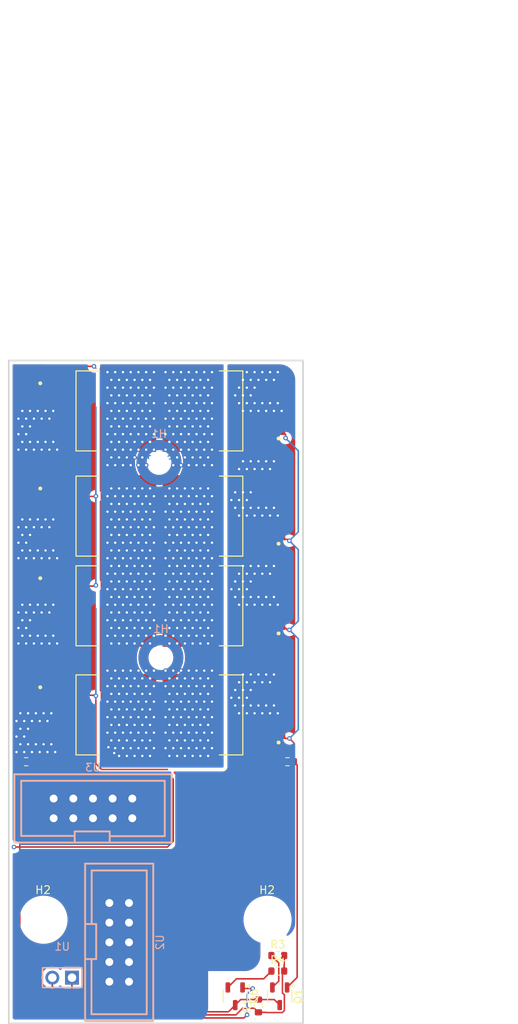
<source format=kicad_pcb>
(kicad_pcb (version 20240108) (generator "pcbnew") (generator_version "8.0")
  (layers (0 "F.Cu" signal) (31 "B.Cu" signal) (34 "B.Paste" user) (35 "F.Paste" user) (36 "B.SilkS" user "B.Silkscreen") (37 "F.SilkS" user "F.Silkscreen") (38 "B.Mask" user) (39 "F.Mask" user) (44 "Edge.Cuts" user))
  (net 0 "")
  (net 1 "Net-(Q1-B)")
  (net 2 "GND")
  (net 3 "Net-(Q1-C)")
  (net 4 "/+BATT_IN")
  (net 5 "/Drain")
  (net 6 "Net-(Q6-B)")
  (net 7 "Net-(Q10-G)")
  (net 8 "/+BATT OUT")
  (net 9 "/CMD_Switch_bat")
  (footprint "easyeda2kicad:D2PAK_L9.1-W10.0-P2.54-LS15.3-TL" (layer "F.Cu") (at 135.17 18)
    (property "Reference" "Q7" (hide yes))
    (property "Value" "IRF4905STRLPBF")
  )
  (footprint "MountingHole:MountingHole_2.7mm_M2.5" (layer "F.Cu") (at 129.425566 83.49356)
    (property "Reference" "H2")
    (property "Value" "MountingHole")
  )
  (footprint "easyeda2kicad:D2PAK_L9.1-W10.0-P2.54-LS15.3-TL" (layer "F.Cu") (at 153.75 18 180)
    (property "Reference" "Q5" (hide yes))
    (property "Value" "IRF4905STRLPBF")
  )
  (footprint "Resistor_SMD:R_0603_1608Metric" (layer "F.Cu") (at 157.25 94.75 90)
    (property "Reference" "R1")
    (property "Value" "10K")
  )
  (footprint "easyeda2kicad:D2PAK_L9.1-W10.0-P2.54-LS15.3-TL" (layer "F.Cu") (at 135.17 43.14)
    (property "Reference" "Q9" (hide yes))
    (property "Value" "IRF4905STRLPBF")
  )
  (footprint "Package_TO_SOT_SMD:SOT-23-3" (layer "F.Cu") (at 160 93.5 -90)
    (property "Reference" "Q1")
    (property "Value" "BC337" (hide yes))
  )
  (footprint "Resistor_SMD:R_0603_1608Metric" (layer "F.Cu") (at 161 63.25 180)
    (property "Reference" "R2" (hide yes))
    (property "Value" "10K")
  )
  (footprint "easyeda2kicad:D2PAK_L9.1-W10.0-P2.54-LS15.3-TL" (layer "F.Cu") (at 153.75 57.21 180)
    (property "Reference" "Q2" (hide yes))
    (property "Value" "IRF4905STRLPBF")
  )
  (footprint "Package_TO_SOT_SMD:SOT-23-3" (layer "F.Cu") (at 154.25 93.5 -90)
    (property "Reference" "Q6")
    (property "Value" "BC337")
  )
  (footprint "Resistor_SMD:R_0603_1608Metric" (layer "F.Cu") (at 127.25 63.25)
    (property "Reference" "R5" (hide yes))
    (property "Value" "10K")
  )
  (footprint "easyeda2kicad:D2PAK_L9.1-W10.0-P2.54-LS15.3-TL" (layer "F.Cu") (at 135.17 31.57)
    (property "Reference" "Q8" (hide yes))
    (property "Value" "IRF4905STRLPBF")
  )
  (footprint "easyeda2kicad:D2PAK_L9.1-W10.0-P2.54-LS15.3-TL" (layer "F.Cu") (at 153.75 43.14 180)
    (property "Reference" "Q3" (hide yes))
    (property "Value" "IRF4905STRLPBF")
  )
  (footprint "Resistor_SMD:R_0603_1608Metric" (layer "F.Cu") (at 159.75 88.25)
    (property "Reference" "R3")
    (property "Value" "10K")
  )
  (footprint "MountingHole:MountingHole_2.7mm_M2.5" (layer "F.Cu") (at 158.356752 83.49356)
    (property "Reference" "H2")
    (property "Value" "MountingHole")
  )
  (footprint "easyeda2kicad:D2PAK_L9.1-W10.0-P2.54-LS15.3-TL" (layer "F.Cu") (at 153.75 31.57 180)
    (property "Reference" "Q4" (hide yes))
    (property "Value" "IRF4905STRLPBF")
  )
  (footprint "Resistor_SMD:R_0603_1608Metric" (layer "F.Cu") (at 159.75 90.25)
    (property "Reference" "R4")
    (property "Value" "10K")
  )
  (footprint "easyeda2kicad:D2PAK_L9.1-W10.0-P2.54-LS15.3-TL" (layer "F.Cu") (at 135.17 57.21)
    (property "Reference" "Q10" (hide yes))
    (property "Value" "IRF4905STRLPBF")
  )
  (footprint "easyeda2kicad:HDR-TH_2P-P2.54-V-M-3" (layer "B.Cu") (at 131.9 91.1 180)
    (property "Reference" "U1")
    (property "Value" "HX PZ2.54-1X2P ZZ")
  )
  (footprint "MountingHole:MountingHole_2.7mm_M2.5" (layer "B.Cu") (at 144.651746 49.827678 180)
    (property "Reference" "H1")
    (property "Value" "MountingHole")
  )
  (footprint "easyeda2kicad:IDC-TH_10P-P2.54_ZX-IDC2.54-2-5PZZ" (layer "B.Cu") (at 135.88 69.27 180)
    (property "Reference" "U3")
    (property "Value" "ZX-IDC2.54-2-5PZZ")
  )
  (footprint "easyeda2kicad:IDC-TH_10P-P2.54_ZX-IDC2.54-2-5PZZ" (layer "B.Cu") (at 139.262941 86.543694 90)
    (property "Reference" "U2")
    (property "Value" "ZX-IDC2.54-2-5PZZ")
  )
  (footprint "MountingHole:MountingHole_2.7mm_M2.5" (layer "B.Cu") (at 144.409159 24.651746 180)
    (property "Reference" "H1")
    (property "Value" "MountingHole")
  )
  (gr_rect (start 125 11.5) (end 163 97) (stroke (width 0.2)) (fill none) (layer "Edge.Cuts"))
  (segment (start 159.875 91.5375) (end 159.05 92.3625) (width 0.2) (layer "F.Cu") (net 1))
  (segment (start 159.875 89.2) (end 159.875 91.5375) (width 0.2) (layer "F.Cu") (net 1))
  (segment (start 158.925 88.25) (end 159.875 89.2) (width 0.2) (layer "F.Cu") (net 1))
  (segment (start 153.3875 95.5) (end 154.25 94.6375) (width 0.2) (layer "F.Cu") (net 2))
  (segment (start 154.9625 93.925) (end 157.25 93.925) (width 0.2) (layer "F.Cu") (net 2))
  (segment (start 133.16 91.14) (end 133.16 94.16) (width 0.2) (layer "F.Cu") (net 2))
  (segment (start 133.16 94.16) (end 134.5 95.5) (width 0.2) (layer "F.Cu") (net 2))
  (segment (start 157.25 93.925) (end 159.2875 93.925) (width 0.2) (layer "F.Cu") (net 2))
  (segment (start 159.2875 93.925) (end 160 94.6375) (width 0.2) (layer "F.Cu") (net 2))
  (segment (start 134.5 95.5) (end 153.3875 95.5) (width 0.2) (layer "F.Cu") (net 2))
  (segment (start 154.25 94.6375) (end 154.9625 93.925) (width 0.2) (layer "F.Cu") (net 2))
  (segment (start 161.07 34.57) (end 161.25 34.75) (width 0.2) (layer "F.Cu") (net 3))
  (segment (start 160.75 46) (end 161 46.25) (width 0.2) (layer "F.Cu") (net 3))
  (segment (start 161.825 60.825) (end 161.825 63.25) (width 0.2) (layer "F.Cu") (net 3))
  (segment (start 160.79 60.25) (end 161.25 60.25) (width 0.2) (layer "F.Cu") (net 3))
  (segment (start 162.25 63.675) (end 162.25 91.0625) (width 0.2) (layer "F.Cu") (net 3))
  (segment (start 160.75 60.21) (end 160.79 60.25) (width 0.2) (layer "F.Cu") (net 3))
  (segment (start 161.25 60.25) (end 161.825 60.825) (width 0.2) (layer "F.Cu") (net 3))
  (segment (start 161 46.25) (end 161.25 46.25) (width 0.2) (layer "F.Cu") (net 3))
  (segment (start 161.825 63.25) (end 162.25 63.675) (width 0.2) (layer "F.Cu") (net 3))
  (segment (start 160.75 21) (end 160.75 21.5) (width 0.2) (layer "F.Cu") (net 3))
  (segment (start 160.75 34.57) (end 161.07 34.57) (width 0.2) (layer "F.Cu") (net 3))
  (segment (start 162.25 91.0625) (end 160.95 92.3625) (width 0.2) (layer "F.Cu") (net 3))
  (via (at 161.25 46.25) (size 0.6) (drill 0.3) (layers "F.Cu" "B.Cu") (net 3))
  (via (at 161.25 60.25) (size 0.6) (drill 0.3) (layers "F.Cu" "B.Cu") (net 3))
  (via (at 161.25 34.75) (size 0.6) (drill 0.3) (layers "F.Cu" "B.Cu") (net 3))
  (via (at 160.75 21.5) (size 0.6) (drill 0.3) (layers "F.Cu" "B.Cu") (net 3))
  (segment (start 161.25 46.25) (end 162.4 47.4) (width 0.2) (layer "B.Cu") (net 3))
  (segment (start 161.25 34.75) (end 162.4 35.9) (width 0.2) (layer "B.Cu") (net 3))
  (segment (start 162.4 45.1) (end 161.25 46.25) (width 0.2) (layer "B.Cu") (net 3))
  (segment (start 162.4 23.15) (end 160.75 21.5) (width 0.2) (layer "B.Cu") (net 3))
  (segment (start 162.4 35.9) (end 162.4 45.1) (width 0.2) (layer "B.Cu") (net 3))
  (segment (start 162.4 33.6) (end 162.4 23.15) (width 0.2) (layer "B.Cu") (net 3))
  (segment (start 162.4 59.1) (end 161.25 60.25) (width 0.2) (layer "B.Cu") (net 3))
  (segment (start 162.4 47.4) (end 162.4 59.1) (width 0.2) (layer "B.Cu") (net 3))
  (segment (start 161.25 34.75) (end 162.4 33.6) (width 0.2) (layer "B.Cu") (net 3))
  (via (at 159.25 42) (size 0.6) (drill 0.3) (layers "F.Cu" "B.Cu") (net 4))
  (via (at 159.75 43) (size 0.6) (drill 0.3) (layers "F.Cu" "B.Cu") (net 4))
  (via (at 155.75 41) (size 0.6) (drill 0.3) (layers "F.Cu" "B.Cu") (net 4))
  (via (at 154.25 16) (size 0.6) (drill 0.3) (layers "F.Cu" "B.Cu") (net 4))
  (via (at 158.75 57) (size 0.6) (drill 0.3) (layers "F.Cu" "B.Cu") (net 4))
  (via (at 159.25 24.5) (size 0.6) (drill 0.3) (layers "F.Cu" "B.Cu") (net 4))
  (via (at 157.75 57) (size 0.6) (drill 0.3) (layers "F.Cu" "B.Cu") (net 4))
  (via (at 158.25 14) (size 0.6) (drill 0.3) (layers "F.Cu" "B.Cu") (net 4))
  (via (at 157.25 18) (size 0.6) (drill 0.3) (layers "F.Cu" "B.Cu") (net 4))
  (via (at 155.75 43) (size 0.6) (drill 0.3) (layers "F.Cu" "B.Cu") (net 4))
  (via (at 156.75 57) (size 0.6) (drill 0.3) (layers "F.Cu" "B.Cu") (net 4))
  (via (at 156.75 39) (size 0.6) (drill 0.3) (layers "F.Cu" "B.Cu") (net 4))
  (via (at 157.25 56) (size 0.6) (drill 0.3) (layers "F.Cu" "B.Cu") (net 4))
  (via (at 158.75 39) (size 0.6) (drill 0.3) (layers "F.Cu" "B.Cu") (net 4))
  (via (at 156.25 16) (size 0.6) (drill 0.3) (layers "F.Cu" "B.Cu") (net 4))
  (via (at 157.75 31.5) (size 0.6) (drill 0.3) (layers "F.Cu" "B.Cu") (net 4))
  (via (at 159.25 38) (size 0.6) (drill 0.3) (layers "F.Cu" "B.Cu") (net 4))
  (via (at 154.75 53) (size 0.6) (drill 0.3) (layers "F.Cu" "B.Cu") (net 4))
  (via (at 153.75 55) (size 0.6) (drill 0.3) (layers "F.Cu" "B.Cu") (net 4))
  (via (at 158.75 43) (size 0.6) (drill 0.3) (layers "F.Cu" "B.Cu") (net 4))
  (via (at 159.25 18) (size 0.6) (drill 0.3) (layers "F.Cu" "B.Cu") (net 4))
  (via (at 156.25 42) (size 0.6) (drill 0.3) (layers "F.Cu" "B.Cu") (net 4))
  (via (at 155.75 15) (size 0.6) (drill 0.3) (layers "F.Cu" "B.Cu") (net 4))
  (via (at 157.75 43) (size 0.6) (drill 0.3) (layers "F.Cu" "B.Cu") (net 4))
  (via (at 154.75 29.5) (size 0.6) (drill 0.3) (layers "F.Cu" "B.Cu") (net 4))
  (via (at 155.75 39) (size 0.6) (drill 0.3) (layers "F.Cu" "B.Cu") (net 4))
  (via (at 156.75 17) (size 0.6) (drill 0.3) (layers "F.Cu" "B.Cu") (net 4))
  (via (at 156.25 56) (size 0.6) (drill 0.3) (layers "F.Cu" "B.Cu") (net 4))
  (via (at 155.25 56) (size 0.6) (drill 0.3) (layers "F.Cu" "B.Cu") (net 4))
  (via (at 154.25 42) (size 0.6) (drill 0.3) (layers "F.Cu" "B.Cu") (net 4))
  (via (at 156.25 14) (size 0.6) (drill 0.3) (layers "F.Cu" "B.Cu") (net 4))
  (via (at 159.25 52) (size 0.6) (drill 0.3) (layers "F.Cu" "B.Cu") (net 4))
  (via (at 158.25 30.5) (size 0.6) (drill 0.3) (layers "F.Cu" "B.Cu") (net 4))
  (via (at 156.25 38) (size 0.6) (drill 0.3) (layers "F.Cu" "B.Cu") (net 4))
  (via (at 157.25 42) (size 0.6) (drill 0.3) (layers "F.Cu" "B.Cu") (net 4))
  (via (at 155.25 16) (size 0.6) (drill 0.3) (layers "F.Cu" "B.Cu") (net 4))
  (via (at 157.75 25.5) (size 0.6) (drill 0.3) (layers "F.Cu" "B.Cu") (net 4))
  (via (at 154.75 25.5) (size 0.6) (drill 0.3) (layers "F.Cu" "B.Cu") (net 4))
  (via (at 158.75 53) (size 0.6) (drill 0.3) (layers "F.Cu" "B.Cu") (net 4))
  (via (at 156.25 30.5) (size 0.6) (drill 0.3) (layers "F.Cu" "B.Cu") (net 4))
  (via (at 154.25 54) (size 0.6) (drill 0.3) (layers "F.Cu" "B.Cu") (net 4))
  (via (at 155.25 42) (size 0.6) (drill 0.3) (layers "F.Cu" "B.Cu") (net 4))
  (via (at 159.75 57) (size 0.6) (drill 0.3) (layers "F.Cu" "B.Cu") (net 4))
  (via (at 159.75 13) (size 0.6) (drill 0.3) (layers "F.Cu" "B.Cu") (net 4))
  (via (at 156.25 24.5) (size 0.6) (drill 0.3) (layers "F.Cu" "B.Cu") (net 4))
  (via (at 157.75 39) (size 0.6) (drill 0.3) (layers "F.Cu" "B.Cu") (net 4))
  (via (at 159.25 30.5) (size 0.6) (drill 0.3) (layers "F.Cu" "B.Cu") (net 4))
  (via (at 158.25 56) (size 0.6) (drill 0.3) (layers "F.Cu" "B.Cu") (net 4))
  (via (at 155.25 14) (size 0.6) (drill 0.3) (layers "F.Cu" "B.Cu") (net 4))
  (via (at 160.25 18) (size 0.6) (drill 0.3) (layers "F.Cu" "B.Cu") (net 4))
  (via (at 157.75 17) (size 0.6) (drill 0.3) (layers "F.Cu" "B.Cu") (net 4))
  (via (at 157.25 38) (size 0.6) (drill 0.3) (layers "F.Cu" "B.Cu") (net 4))
  (via (at 154.75 41) (size 0.6) (drill 0.3) (layers "F.Cu" "B.Cu") (net 4))
  (via (at 156.25 28.5) (size 0.6) (drill 0.3) (layers "F.Cu" "B.Cu") (net 4))
  (via (at 157.75 53) (size 0.6) (drill 0.3) (layers "F.Cu" "B.Cu") (net 4))
  (via (at 154.75 15) (size 0.6) (drill 0.3) (layers "F.Cu" "B.Cu") (net 4))
  (via (at 156.75 13) (size 0.6) (drill 0.3) (layers "F.Cu" "B.Cu") (net 4))
  (via (at 158.25 42) (size 0.6) (drill 0.3) (layers "F.Cu" "B.Cu") (net 4))
  (via (at 154.75 17) (size 0.6) (drill 0.3) (layers "F.Cu" "B.Cu") (net 4))
  (via (at 158.25 52) (size 0.6) (drill 0.3) (layers "F.Cu" "B.Cu") (net 4))
  (via (at 159.75 17) (size 0.6) (drill 0.3) (layers "F.Cu" "B.Cu") (net 4))
  (via (at 154.25 56) (size 0.6) (drill 0.3) (layers "F.Cu" "B.Cu") (net 4))
  (via (at 156.75 43) (size 0.6) (drill 0.3) (layers "F.Cu" "B.Cu") (net 4))
  (via (at 159.25 14) (size 0.6) (drill 0.3) (layers "F.Cu" "B.Cu") (net 4))
  (via (at 154.75 31.5) (size 0.6) (drill 0.3) (layers "F.Cu" "B.Cu") (net 4))
  (via (at 159.75 31.5) (size 0.6) (drill 0.3) (layers "F.Cu" "B.Cu") (net 4))
  (via (at 153.75 41) (size 0.6) (drill 0.3) (layers "F.Cu" "B.Cu") (net 4))
  (via (at 155.75 17) (size 0.6) (drill 0.3) (layers "F.Cu" "B.Cu") (net 4))
  (via (at 154.25 28.5) (size 0.6) (drill 0.3) (layers "F.Cu" "B.Cu") (net 4))
  (via (at 158.25 24.5) (size 0.6) (drill 0.3) (layers "F.Cu" "B.Cu") (net 4))
  (via (at 155.25 18) (size 0.6) (drill 0.3) (layers "F.Cu" "B.Cu") (net 4))
  (via (at 155.75 55) (size 0.6) (drill 0.3) (layers "F.Cu" "B.Cu") (net 4))
  (via (at 156.75 15) (size 0.6) (drill 0.3) (layers "F.Cu" "B.Cu") (net 4))
  (via (at 158.75 17) (size 0.6) (drill 0.3) (layers "F.Cu" "B.Cu") (net 4))
  (via (at 154.25 30.5) (size 0.6) (drill 0.3) (layers "F.Cu" "B.Cu") (net 4))
  (via (at 155.25 54) (size 0.6) (drill 0.3) (layers "F.Cu" "B.Cu") (net 4))
  (via (at 156.25 18) (size 0.6) (drill 0.3) (layers "F.Cu" "B.Cu") (net 4))
  (via (at 155.75 31.5) (size 0.6) (drill 0.3) (layers "F.Cu" "B.Cu") (net 4))
  (via (at 156.75 53) (size 0.6) (drill 0.3) (layers "F.Cu" "B.Cu") (net 4))
  (via (at 157.25 52) (size 0.6) (drill 0.3) (layers "F.Cu" "B.Cu") (net 4))
  (via (at 156.25 54) (size 0.6) (drill 0.3) (layers "F.Cu" "B.Cu") (net 4))
  (via (at 155.75 57) (size 0.6) (drill 0.3) (layers "F.Cu" "B.Cu") (net 4))
  (via (at 154.75 43) (size 0.6) (drill 0.3) (layers "F.Cu" "B.Cu") (net 4))
  (via (at 157.25 14) (size 0.6) (drill 0.3) (layers "F.Cu" "B.Cu") (net 4))
  (via (at 154.75 57) (size 0.6) (drill 0.3) (layers "F.Cu" "B.Cu") (net 4))
  (via (at 157.25 30.5) (size 0.6) (drill 0.3) (layers "F.Cu" "B.Cu") (net 4))
  (via (at 155.25 52) (size 0.6) (drill 0.3) (layers "F.Cu" "B.Cu") (net 4))
  (via (at 154.25 40) (size 0.6) (drill 0.3) (layers "F.Cu" "B.Cu") (net 4))
  (via (at 158.25 38) (size 0.6) (drill 0.3) (layers "F.Cu" "B.Cu") (net 4))
  (via (at 156.25 40) (size 0.6) (drill 0.3) (layers "F.Cu" "B.Cu") (net 4))
  (via (at 154.75 39) (size 0.6) (drill 0.3) (layers "F.Cu" "B.Cu") (net 4))
  (via (at 156.75 25.5) (size 0.6) (drill 0.3) (layers "F.Cu" "B.Cu") (net 4))
  (via (at 153.75 29.5) (size 0.6) (drill 0.3) (layers "F.Cu" "B.Cu") (net 4))
  (via (at 157.25 24.5) (size 0.6) (drill 0.3) (layers "F.Cu" "B.Cu") (net 4))
  (via (at 155.75 25.5) (size 0.6) (drill 0.3) (layers "F.Cu" "B.Cu") (net 4))
  (via (at 155.25 40) (size 0.6) (drill 0.3) (layers "F.Cu" "B.Cu") (net 4))
  (via (at 156.25 52) (size 0.6) (drill 0.3) (layers "F.Cu" "B.Cu") (net 4))
  (via (at 155.25 30.5) (size 0.6) (drill 0.3) (layers "F.Cu" "B.Cu") (net 4))
  (via (at 158.25 18) (size 0.6) (drill 0.3) (layers "F.Cu" "B.Cu") (net 4))
  (via (at 155.75 29.5) (size 0.6) (drill 0.3) (layers "F.Cu" "B.Cu") (net 4))
  (via (at 158.75 25.5) (size 0.6) (drill 0.3) (layers "F.Cu" "B.Cu") (net 4))
  (via (at 159.25 56) (size 0.6) (drill 0.3) (layers "F.Cu" "B.Cu") (net 4))
  (via (at 155.25 28.5) (size 0.6) (drill 0.3) (layers "F.Cu" "B.Cu") (net 4))
  (via (at 155.75 53) (size 0.6) (drill 0.3) (layers "F.Cu" "B.Cu") (net 4))
  (via (at 154.75 55) (size 0.6) (drill 0.3) (layers "F.Cu" "B.Cu") (net 4))
  (via (at 155.75 13) (size 0.6) (drill 0.3) (layers "F.Cu" "B.Cu") (net 4))
  (via (at 155.25 38) (size 0.6) (drill 0.3) (layers "F.Cu" "B.Cu") (net 4))
  (via (at 157.75 13) (size 0.6) (drill 0.3) (layers "F.Cu" "B.Cu") (net 4))
  (via (at 156.75 31.5) (size 0.6) (drill 0.3) (layers "F.Cu" "B.Cu") (net 4))
  (via (at 158.75 31.5) (size 0.6) (drill 0.3) (layers "F.Cu" "B.Cu") (net 4))
  (via (at 155.25 24.5) (size 0.6) (drill 0.3) (layers "F.Cu" "B.Cu") (net 4))
  (via (at 158.75 13) (size 0.6) (drill 0.3) (layers "F.Cu" "B.Cu") (net 4))
  (via (at 145.25 51.5) (size 0.6) (drill 0.3) (layers "F.Cu" "B.Cu") (net 5))
  (via (at 143.25 48) (size 0.6) (drill 0.3) (layers "F.Cu" "B.Cu") (net 5))
  (via (at 143.25 24) (size 0.6) (drill 0.3) (layers "F.Cu" "B.Cu") (net 5))
  (via (at 140.75 37) (size 0.6) (drill 0.3) (layers "F.Cu" "B.Cu") (net 5))
  (via (at 150.25 57.5) (size 0.6) (drill 0.3) (layers "F.Cu" "B.Cu") (net 5))
  (via (at 138.75 17) (size 0.6) (drill 0.3) (layers "F.Cu" "B.Cu") (net 5))
  (via (at 148.25 15) (size 0.6) (drill 0.3) (layers "F.Cu" "B.Cu") (net 5))
  (via (at 140.25 22) (size 0.6) (drill 0.3) (layers "F.Cu" "B.Cu") (net 5))
  (via (at 146.75 30) (size 0.6) (drill 0.3) (layers "F.Cu" "B.Cu") (net 5))
  (via (at 142.75 23) (size 0.6) (drill 0.3) (layers "F.Cu" "B.Cu") (net 5))
  (via (at 145.25 55.5) (size 0.6) (drill 0.3) (layers "F.Cu" "B.Cu") (net 5))
  (via (at 145.25 15) (size 0.6) (drill 0.3) (layers "F.Cu" "B.Cu") (net 5))
  (via (at 141.25 28) (size 0.6) (drill 0.3) (layers "F.Cu" "B.Cu") (net 5))
  (via (at 142.25 58.5) (size 0.6) (drill 0.3) (layers "F.Cu" "B.Cu") (net 5))
  (via (at 140.75 35) (size 0.6) (drill 0.3) (layers "F.Cu" "B.Cu") (net 5))
  (via (at 149.75 60.5) (size 0.6) (drill 0.3) (layers "F.Cu" "B.Cu") (net 5))
  (via (at 150.25 23) (size 0.6) (drill 0.3) (layers "F.Cu" "B.Cu") (net 5))
  (via (at 140.75 33) (size 0.6) (drill 0.3) (layers "F.Cu" "B.Cu") (net 5))
  (via (at 138.25 34) (size 0.6) (drill 0.3) (layers "F.Cu" "B.Cu") (net 5))
  (via (at 142.25 56.5) (size 0.6) (drill 0.3) (layers "F.Cu" "B.Cu") (net 5))
  (via (at 138.75 45) (size 0.6) (drill 0.3) (layers "F.Cu" "B.Cu") (net 5))
  (via (at 143.25 34) (size 0.6) (drill 0.3) (layers "F.Cu" "B.Cu") (net 5))
  (via (at 139.75 31) (size 0.6) (drill 0.3) (layers "F.Cu" "B.Cu") (net 5))
  (via (at 151.25 13) (size 0.6) (drill 0.3) (layers "F.Cu" "B.Cu") (net 5))
  (via (at 137.869976 61.380025) (size 0.6) (drill 0.3) (layers "F.Cu" "B.Cu") (net 5))
  (via (at 137.75 17) (size 0.6) (drill 0.3) (layers "F.Cu" "B.Cu") (net 5))
  (via (at 138.25 20) (size 0.6) (drill 0.3) (layers "F.Cu" "B.Cu") (net 5))
  (via (at 143.25 16) (size 0.6) (drill 0.3) (layers "F.Cu" "B.Cu") (net 5))
  (via (at 145.75 36) (size 0.6) (drill 0.3) (layers "F.Cu" "B.Cu") (net 5))
  (via (at 149.75 30) (size 0.6) (drill 0.3) (layers "F.Cu" "B.Cu") (net 5))
  (via (at 149.25 41) (size 0.6) (drill 0.3) (layers "F.Cu" "B.Cu") (net 5))
  (via (at 147.25 15) (size 0.6) (drill 0.3) (layers "F.Cu" "B.Cu") (net 5))
  (via (at 151.25 31) (size 0.6) (drill 0.3) (layers "F.Cu" "B.Cu") (net 5))
  (via (at 143.75 15) (size 0.6) (drill 0.3) (layers "F.Cu" "B.Cu") (net 5))
  (via (at 149.75 34) (size 0.6) (drill 0.3) (layers "F.Cu" "B.Cu") (net 5))
  (via (at 138.25 16) (size 0.6) (drill 0.3) (layers "F.Cu" "B.Cu") (net 5))
  (via (at 147.25 53.5) (size 0.6) (drill 0.3) (layers "F.Cu" "B.Cu") (net 5))
  (via (at 143.75 61.5) (size 0.6) (drill 0.3) (layers "F.Cu" "B.Cu") (net 5))
  (via (at 137.75 45) (size 0.6) (drill 0.3) (layers "F.Cu" "B.Cu") (net 5))
  (via (at 146.75 20) (size 0.6) (drill 0.3) (layers "F.Cu" "B.Cu") (net 5))
  (via (at 139.75 41) (size 0.6) (drill 0.3) (layers "F.Cu" "B.Cu") (net 5))
  (via (at 142.75 25) (size 0.6) (drill 0.3) (layers "F.Cu" "B.Cu") (net 5))
  (via (at 143.75 51.5) (size 0.6) (drill 0.3) (layers "F.Cu" "B.Cu") (net 5))
  (via (at 142.25 48) (size 0.6) (drill 0.3) (layers "F.Cu" "B.Cu") (net 5))
  (via (at 147.25 21) (size 0.6) (drill 0.3) (layers "F.Cu" "B.Cu") (net 5))
  (via (at 142.25 18) (size 0.6) (drill 0.3) (layers "F.Cu" "B.Cu") (net 5))
  (via (at 150.75 40) (size 0.6) (drill 0.3) (layers "F.Cu" "B.Cu") (net 5))
  (via (at 147.75 28) (size 0.6) (drill 0.3) (layers "F.Cu" "B.Cu") (net 5))
  (via (at 146.25 23) (size 0.6) (drill 0.3) (layers "F.Cu" "B.Cu") (net 5))
  (via (at 148.75 44) (size 0.6) (drill 0.3) (layers "F.Cu" "B.Cu") (net 5))
  (via (at 147.25 39) (size 0.6) (drill 0.3) (layers "F.Cu" "B.Cu") (net 5))
  (via (at 139.75 17) (size 0.6) (drill 0.3) (layers "F.Cu" "B.Cu") (net 5))
  (via (at 150.25 45) (size 0.6) (drill 0.3) (layers "F.Cu" "B.Cu") (net 5))
  (via (at 139.25 32) (size 0.6) (drill 0.3) (layers "F.Cu" "B.Cu") (net 5))
  (via (at 146.25 43) (size 0.6) (drill 0.3) (layers "F.Cu" "B.Cu") (net 5))
  (via (at 142.75 55.5) (size 0.6) (drill 0.3) (layers "F.Cu" "B.Cu") (net 5))
  (via (at 147.25 19) (size 0.6) (drill 0.3) (layers "F.Cu" "B.Cu") (net 5))
  (via (at 138.25 42) (size 0.6) (drill 0.3) (layers "F.Cu" "B.Cu") (net 5))
  (via (at 141.25 44) (size 0.6) (drill 0.3) (layers "F.Cu" "B.Cu") (net 5))
  (via (at 147.75 32) (size 0.6) (drill 0.3) (layers "F.Cu" "B.Cu") (net 5))
  (via (at 142.75 31) (size 0.6) (drill 0.3) (layers "F.Cu" "B.Cu") (net 5))
  (via (at 148.25 45) (size 0.6) (drill 0.3) (layers "F.Cu" "B.Cu") (net 5))
  (via (at 151.25 53.5) (size 0.6) (drill 0.3) (layers "F.Cu" "B.Cu") (net 5))
  (via (at 148.25 47) (size 0.6) (drill 0.3) (layers "F.Cu" "B.Cu") (net 5))
  (via (at 149.75 40) (size 0.6) (drill 0.3) (layers "F.Cu" "B.Cu") (net 5))
  (via (at 138.75 25) (size 0.6) (drill 0.3) (layers "F.Cu" "B.Cu") (net 5))
  (via (at 151.25 23) (size 0.6) (drill 0.3) (layers "F.Cu" "B.Cu") (net 5))
  (via (at 149.75 38) (size 0.6) (drill 0.3) (layers "F.Cu" "B.Cu") (net 5))
  (via (at 147.75 46) (size 0.6) (drill 0.3) (layers "F.Cu" "B.Cu") (net 5))
  (via (at 145.75 52.5) (size 0.6) (drill 0.3) (layers "F.Cu" "B.Cu") (net 5))
  (via (at 145.75 20) (size 0.6) (drill 0.3) (layers "F.Cu" "B.Cu") (net 5))
  (via (at 149.25 35) (size 0.6) (drill 0.3) (layers "F.Cu" "B.Cu") (net 5))
  (via (at 145.75 58.5) (size 0.6) (drill 0.3) (layers "F.Cu" "B.Cu") (net 5))
  (via (at 149.25 15) (size 0.6) (drill 0.3) (layers "F.Cu" "B.Cu") (net 5))
  (via (at 139.75 43) (size 0.6) (drill 0.3) (layers "F.Cu" "B.Cu") (net 5))
  (via (at 142.75 37) (size 0.6) (drill 0.3) (layers "F.Cu" "B.Cu") (net 5))
  (via (at 143.25 22) (size 0.6) (drill 0.3) (layers "F.Cu" "B.Cu") (net 5))
  (via (at 150.25 39) (size 0.6) (drill 0.3) (layers "F.Cu" "B.Cu") (net 5))
  (via (at 139.25 44) (size 0.6) (drill 0.3) (layers "F.Cu" "B.Cu") (net 5))
  (via (at 145.75 24) (size 0.6) (drill 0.3) (layers "F.Cu" "B.Cu") (net 5))
  (via (at 149.75 44) (size 0.6) (drill 0.3) (layers "F.Cu" "B.Cu") (net 5))
  (via (at 140.75 31) (size 0.6) (drill 0.3) (layers "F.Cu" "B.Cu") (net 5))
  (via (at 146.75 28) (size 0.6) (drill 0.3) (layers "F.Cu" "B.Cu") (net 5))
  (via (at 143.25 42) (size 0.6) (drill 0.3) (layers "F.Cu" "B.Cu") (net 5))
  (via (at 146.25 47) (size 0.6) (drill 0.3) (layers "F.Cu" "B.Cu") (net 5))
  (via (at 148.75 28) (size 0.6) (drill 0.3) (layers "F.Cu" "B.Cu") (net 5))
  (via (at 150.75 38) (size 0.6) (drill 0.3) (layers "F.Cu" "B.Cu") (net 5))
  (via (at 150.75 54.5) (size 0.6) (drill 0.3) (layers "F.Cu" "B.Cu") (net 5))
  (via (at 139.25 58.5) (size 0.6) (drill 0.3) (layers "F.Cu" "B.Cu") (net 5))
  (via (at 141.75 45) (size 0.6) (drill 0.3) (layers "F.Cu" "B.Cu") (net 5))
  (via (at 151.25 37) (size 0.6) (drill 0.3) (layers "F.Cu" "B.Cu") (net 5))
  (via (at 147.25 45) (size 0.6) (drill 0.3) (layers "F.Cu" "B.Cu") (net 5))
  (via (at 140.75 55.5) (size 0.6) (drill 0.3) (layers "F.Cu" "B.Cu") (net 5))
  (via (at 151.25 21) (size 0.6) (drill 0.3) (layers "F.Cu" "B.Cu") (net 5))
  (via (at 147.75 40) (size 0.6) (drill 0.3) (layers "F.Cu" "B.Cu") (net 5))
  (via (at 147.25 23) (size 0.6) (drill 0.3) (layers "F.Cu" "B.Cu") (net 5))
  (via (at 142.25 46) (size 0.6) (drill 0.3) (layers "F.Cu" "B.Cu") (net 5))
  (via (at 143.75 47) (size 0.6) (drill 0.3) (layers "F.Cu" "B.Cu") (net 5))
  (via (at 138.75 53.5) (size 0.6) (drill 0.3) (layers "F.Cu" "B.Cu") (net 5))
  (via (at 151.25 29) (size 0.6) (drill 0.3) (layers "F.Cu" "B.Cu") (net 5))
  (via (at 140.25 34) (size 0.6) (drill 0.3) (layers "F.Cu" "B.Cu") (net 5))
  (via (at 141.25 62.5) (size 0.6) (drill 0.3) (layers "F.Cu" "B.Cu") (net 5))
  (via (at 138.75 59.5) (size 0.6) (drill 0.3) (layers "F.Cu" "B.Cu") (net 5))
  (via (at 138.25 32) (size 0.6) (drill 0.3) (layers "F.Cu" "B.Cu") (net 5))
  (via (at 145.25 61.5) (size 0.6) (drill 0.3) (layers "F.Cu" "B.Cu") (net 5))
  (via (at 138.75 51.5) (size 0.6) (drill 0.3) (layers "F.Cu" "B.Cu") (net 5))
  (via (at 150.75 36) (size 0.6) (drill 0.3) (layers "F.Cu" "B.Cu") (net 5))
  (via (at 139.75 51.5) (size 0.6) (drill 0.3) (layers "F.Cu" "B.Cu") (net 5))
  (via (at 142.75 21) (size 0.6) (drill 0.3) (layers "F.Cu" "B.Cu") (net 5))
  (via (at 137.75 55.5) (size 0.6) (drill 0.3) (layers "F.Cu" "B.Cu") (net 5))
  (via (at 139.75 39) (size 0.6) (drill 0.3) (layers "F.Cu" "B.Cu") (net 5))
  (via (at 141.75 47) (size 0.6) (drill 0.3) (layers "F.Cu" "B.Cu") (net 5))
  (via (at 142.75 13) (size 0.6) (drill 0.3) (layers "F.Cu" "B.Cu") (net 5))
  (via (at 138.75 41) (size 0.6) (drill 0.3) (layers "F.Cu" "B.Cu") (net 5))
  (via (at 143.75 19) (size 0.6) (drill 0.3) (layers "F.Cu" "B.Cu") (net 5))
  (via (at 150.75 52.5) (size 0.6) (drill 0.3) (layers "F.Cu" "B.Cu") (net 5))
  (via (at 146.75 58.5) (size 0.6) (drill 0.3) (layers "F.Cu" "B.Cu") (net 5))
  (via (at 143.75 25) (size 0.6) (drill 0.3) (layers "F.Cu" "B.Cu") (net 5))
  (via (at 149.25 53.5) (size 0.6) (drill 0.3) (layers "F.Cu" "B.Cu") (net 5))
  (via (at 139.75 57.5) (size 0.6) (drill 0.3) (layers "F.Cu" "B.Cu") (net 5))
  (via (at 142.25 24) (size 0.6) (drill 0.3) (layers "F.Cu" "B.Cu") (net 5))
  (via (at 150.75 16) (size 0.6) (drill 0.3) (layers "F.Cu" "B.Cu") (net 5))
  (via (at 139.25 18) (size 0.6) (drill 0.3) (layers "F.Cu" "B.Cu") (net 5))
  (via (at 142.25 44) (size 0.6) (drill 0.3) (layers "F.Cu" "B.Cu") (net 5))
  (via (at 140.25 44) (size 0.6) (drill 0.3) (layers "F.Cu" "B.Cu") (net 5))
  (via (at 142.25 52.5) (size 0.6) (drill 0.3) (layers "F.Cu" "B.Cu") (net 5))
  (via (at 148.25 21) (size 0.6) (drill 0.3) (layers "F.Cu" "B.Cu") (net 5))
  (via (at 138.75 21) (size 0.6) (drill 0.3) (layers "F.Cu" "B.Cu") (net 5))
  (via (at 138.25 38) (size 0.6) (drill 0.3) (layers "F.Cu" "B.Cu") (net 5))
  (via (at 147.75 62.5) (size 0.6) (drill 0.3) (layers "F.Cu" "B.Cu") (net 5))
  (via (at 145.25 43) (size 0.6) (drill 0.3) (layers "F.Cu" "B.Cu") (net 5))
  (via (at 147.25 33) (size 0.6) (drill 0.3) (layers "F.Cu" "B.Cu") (net 5))
  (via (at 151.25 47) (size 0.6) (drill 0.3) (layers "F.Cu" "B.Cu") (net 5))
  (via (at 147.25 13) (size 0.6) (drill 0.3) (layers "F.Cu" "B.Cu") (net 5))
  (via (at 150.25 15) (size 0.6) (drill 0.3) (layers "F.Cu" "B.Cu") (net 5))
  (via (at 149.75 54.5) (size 0.6) (drill 0.3) (layers "F.Cu" "B.Cu") (net 5))
  (via (at 150.25 43) (size 0.6) (drill 0.3) (layers "F.Cu" "B.Cu") (net 5))
  (via (at 146.75 36) (size 0.6) (drill 0.3) (layers "F.Cu" "B.Cu") (net 5))
  (via (at 149.25 45) (size 0.6) (drill 0.3) (layers "F.Cu" "B.Cu") (net 5))
  (via (at 150.75 48) (size 0.6) (drill 0.3) (layers "F.Cu" "B.Cu") (net 5))
  (via (at 142.75 61.5) (size 0.6) (drill 0.3) (layers "F.Cu" "B.Cu") (net 5))
  (via (at 146.25 37) (size 0.6) (drill 0.3) (layers "F.Cu" "B.Cu") (net 5))
  (via (at 145.75 16) (size 0.6) (drill 0.3) (layers "F.Cu" "B.Cu") (net 5))
  (via (at 149.75 18) (size 0.6) (drill 0.3) (layers "F.Cu" "B.Cu") (net 5))
  (via (at 151.25 39) (size 0.6) (drill 0.3) (layers "F.Cu" "B.Cu") (net 5))
  (via (at 146.25 25) (size 0.6) (drill 0.3) (layers "F.Cu" "B.Cu") (net 5))
  (via (at 149.75 32) (size 0.6) (drill 0.3) (layers "F.Cu" "B.Cu") (net 5))
  (via (at 147.75 14) (size 0.6) (drill 0.3) (layers "F.Cu" "B.Cu") (net 5))
  (via (at 141.25 46) (size 0.6) (drill 0.3) (layers "F.Cu" "B.Cu") (net 5))
  (via (at 146.75 24) (size 0.6) (drill 0.3) (layers "F.Cu" "B.Cu") (net 5))
  (via (at 137.75 39) (size 0.6) (drill 0.3) (layers "F.Cu" "B.Cu") (net 5))
  (via (at 146.75 62.5) (size 0.6) (drill 0.3) (layers "F.Cu" "B.Cu") (net 5))
  (via (at 147.75 42) (size 0.6) (drill 0.3) (layers "F.Cu" "B.Cu") (net 5))
  (via (at 147.75 22) (size 0.6) (drill 0.3) (layers "F.Cu" "B.Cu") (net 5))
  (via (at 140.25 30) (size 0.6) (drill 0.3) (layers "F.Cu" "B.Cu") (net 5))
  (via (at 149.25 29) (size 0.6) (drill 0.3) (layers "F.Cu" "B.Cu") (net 5))
  (via (at 146.25 35) (size 0.6) (drill 0.3) (layers "F.Cu" "B.Cu") (net 5))
  (via (at 145.75 30) (size 0.6) (drill 0.3) (layers "F.Cu" "B.Cu") (net 5))
  (via (at 137.75 37) (size 0.6) (drill 0.3) (layers "F.Cu" "B.Cu") (net 5))
  (via (at 146.75 46) (size 0.6) (drill 0.3) (layers "F.Cu" "B.Cu") (net 5))
  (via (at 147.75 18) (size 0.6) (drill 0.3) (layers "F.Cu" "B.Cu") (net 5))
  (via (at 141.75 59.5) (size 0.6) (drill 0.3) (layers "F.Cu" "B.Cu") (net 5))
  (via (at 142.25 34) (size 0.6) (drill 0.3) (layers "F.Cu" "B.Cu") (net 5))
  (via (at 143.25 56.5) (size 0.6) (drill 0.3) (layers "F.Cu" "B.Cu") (net 5))
  (via (at 145.25 37) (size 0.6) (drill 0.3) (layers "F.Cu" "B.Cu") (net 5))
  (via (at 140.75 17) (size 0.6) (drill 0.3) (layers "F.Cu" "B.Cu") (net 5))
  (via (at 139.25 46) (size 0.6) (drill 0.3) (layers "F.Cu" "B.Cu") (net 5))
  (via (at 142.25 62.5) (size 0.6) (drill 0.3) (layers "F.Cu" "B.Cu") (net 5))
  (via (at 147.75 60.5) (size 0.6) (drill 0.3) (layers "F.Cu" "B.Cu") (net 5))
  (via (at 140.25 28) (size 0.6) (drill 0.3) (layers "F.Cu" "B.Cu") (net 5))
  (via (at 146.75 56.5) (size 0.6) (drill 0.3) (layers "F.Cu" "B.Cu") (net 5))
  (via (at 138.25 58.5) (size 0.6) (drill 0.3) (layers "F.Cu" "B.Cu") (net 5))
  (via (at 141.25 32) (size 0.6) (drill 0.3) (layers "F.Cu" "B.Cu") (net 5))
  (via (at 142.25 28) (size 0.6) (drill 0.3) (layers "F.Cu" "B.Cu") (net 5))
  (via (at 149.75 16) (size 0.6) (drill 0.3) (layers "F.Cu" "B.Cu") (net 5))
  (via (at 149.25 33) (size 0.6) (drill 0.3) (layers "F.Cu" "B.Cu") (net 5))
  (via (at 138.25 48) (size 0.6) (drill 0.3) (layers "F.Cu" "B.Cu") (net 5))
  (via (at 137.75 19) (size 0.6) (drill 0.3) (layers "F.Cu" "B.Cu") (net 5))
  (via (at 148.75 32) (size 0.6) (drill 0.3) (layers "F.Cu" "B.Cu") (net 5))
  (via (at 148.75 38) (size 0.6) (drill 0.3) (layers "F.Cu" "B.Cu") (net 5))
  (via (at 149.25 21) (size 0.6) (drill 0.3) (layers "F.Cu" "B.Cu") (net 5))
  (via (at 140.75 43) (size 0.6) (drill 0.3) (layers "F.Cu" "B.Cu") (net 5))
  (via (at 149.75 28) (size 0.6) (drill 0.3) (layers "F.Cu" "B.Cu") (net 5))
  (via (at 143.75 41) (size 0.6) (drill 0.3) (layers "F.Cu" "B.Cu") (net 5))
  (via (at 137.75 25) (size 0.6) (drill 0.3) (layers "F.Cu" "B.Cu") (net 5))
  (via (at 149.75 56.5) (size 0.6) (drill 0.3) (layers "F.Cu" "B.Cu") (net 5))
  (via (at 140.75 19) (size 0.6) (drill 0.3) (layers "F.Cu" "B.Cu") (net 5))
  (via (at 145.75 40) (size 0.6) (drill 0.3) (layers "F.Cu" "B.Cu") (net 5))
  (via (at 139.75 25) (size 0.6) (drill 0.3) (layers "F.Cu" "B.Cu") (net 5))
  (via (at 141.75 35) (size 0.6) (drill 0.3) (layers "F.Cu" "B.Cu") (net 5))
  (via (at 150.75 28) (size 0.6) (drill 0.3) (layers "F.Cu" "B.Cu") (net 5))
  (via (at 147.75 58.5) (size 0.6) (drill 0.3) (layers "F.Cu" "B.Cu") (net 5))
  (via (at 138.25 30) (size 0.6) (drill 0.3) (layers "F.Cu" "B.Cu") (net 5))
  (via (at 147.25 47) (size 0.6) (drill 0.3) (layers "F.Cu" "B.Cu") (net 5))
  (via (at 141.75 29) (size 0.6) (drill 0.3) (layers "F.Cu" "B.Cu") (net 5))
  (via (at 140.75 39) (size 0.6) (drill 0.3) (layers "F.Cu" "B.Cu") (net 5))
  (via (at 147.25 17) (size 0.6) (drill 0.3) (layers "F.Cu" "B.Cu") (net 5))
  (via (at 149.25 43) (size 0.6) (drill 0.3) (layers "F.Cu" "B.Cu") (net 5))
  (via (at 139.25 54.5) (size 0.6) (drill 0.3) (layers "F.Cu" "B.Cu") (net 5))
  (via (at 139.25 56.5) (size 0.6) (drill 0.3) (layers "F.Cu" "B.Cu") (net 5))
  (via (at 138.25 22) (size 0.6) (drill 0.3) (layers "F.Cu" "B.Cu") (net 5))
  (via (at 138.75 35) (size 0.6) (drill 0.3) (layers "F.Cu" "B.Cu") (net 5))
  (via (at 142.75 29) (size 0.6) (drill 0.3) (layers "F.Cu" "B.Cu") (net 5))
  (via (at 138.75 39) (size 0.6) (drill 0.3) (layers "F.Cu" "B.Cu") (net 5))
  (via (at 140.25 24) (size 0.6) (drill 0.3) (layers "F.Cu" "B.Cu") (net 5))
  (via (at 148.75 42) (size 0.6) (drill 0.3) (layers "F.Cu" "B.Cu") (net 5))
  (via (at 143.75 37) (size 0.6) (drill 0.3) (layers "F.Cu" "B.Cu") (net 5))
  (via (at 138.25 14) (size 0.6) (drill 0.3) (layers "F.Cu" "B.Cu") (net 5))
  (via (at 141.75 31) (size 0.6) (drill 0.3) (layers "F.Cu" "B.Cu") (net 5))
  (via (at 139.25 40) (size 0.6) (drill 0.3) (layers "F.Cu" "B.Cu") (net 5))
  (via (at 141.25 20) (size 0.6) (drill 0.3) (layers "F.Cu" "B.Cu") (net 5))
  (via (at 141.75 25) (size 0.6) (drill 0.3) (layers "F.Cu" "B.Cu") (net 5))
  (via (at 137.75 47) (size 0.6) (drill 0.3) (layers "F.Cu" "B.Cu") (net 5))
  (via (at 149.75 42) (size 0.6) (drill 0.3) (layers "F.Cu" "B.Cu") (net 5))
  (via (at 150.25 53.5) (size 0.6) (drill 0.3) (layers "F.Cu" "B.Cu") (net 5))
  (via (at 137.75 21) (size 0.6) (drill 0.3) (layers "F.Cu" "B.Cu") (net 5))
  (via (at 139.75 21) (size 0.6) (drill 0.3) (layers "F.Cu" "B.Cu") (net 5))
  (via (at 147.25 37) (size 0.6) (drill 0.3) (layers "F.Cu" "B.Cu") (net 5))
  (via (at 141.75 15) (size 0.6) (drill 0.3) (layers "F.Cu" "B.Cu") (net 5))
  (via (at 149.75 14) (size 0.6) (drill 0.3) (layers "F.Cu" "B.Cu") (net 5))
  (via (at 147.75 52.5) (size 0.6) (drill 0.3) (layers "F.Cu" "B.Cu") (net 5))
  (via (at 150.25 51.5) (size 0.6) (drill 0.3) (layers "F.Cu" "B.Cu") (net 5))
  (via (at 148.75 24) (size 0.6) (drill 0.3) (layers "F.Cu" "B.Cu") (net 5))
  (via (at 137.75 33) (size 0.6) (drill 0.3) (layers "F.Cu" "B.Cu") (net 5))
  (via (at 138.25 44) (size 0.6) (drill 0.3) (layers "F.Cu" "B.Cu") (net 5))
  (via (at 148.75 62.5) (size 0.6) (drill 0.3) (layers "F.Cu" "B.Cu") (net 5))
  (via (at 145.25 31) (size 0.6) (drill 0.3) (layers "F.Cu" "B.Cu") (net 5))
  (via (at 142.25 20) (size 0.6) (drill 0.3) (layers "F.Cu" "B.Cu") (net 5))
  (via (at 139.75 47) (size 0.6) (drill 0.3) (layers "F.Cu" "B.Cu") (net 5))
  (via (at 137.75 29) (size 0.6) (drill 0.3) (layers "F.Cu" "B.Cu") (net 5))
  (via (at 143.75 53.5) (size 0.6) (drill 0.3) (layers "F.Cu" "B.Cu") (net 5))
  (via (at 149.25 37) (size 0.6) (drill 0.3) (layers "F.Cu" "B.Cu") (net 5))
  (via (at 137.75 59.5) (size 0.6) (drill 0.3) (layers "F.Cu" "B.Cu") (net 5))
  (via (at 141.75 51.5) (size 0.6) (drill 0.3) (layers "F.Cu" "B.Cu") (net 5))
  (via (at 143.75 21) (size 0.6) (drill 0.3) (layers "F.Cu" "B.Cu") (net 5))
  (via (at 145.75 42) (size 0.6) (drill 0.3) (layers "F.Cu" "B.Cu") (net 5))
  (via (at 142.25 36) (size 0.6) (drill 0.3) (layers "F.Cu" "B.Cu") (net 5))
  (via (at 151.25 41) (size 0.6) (drill 0.3) (layers "F.Cu" "B.Cu") (net 5))
  (via (at 148.75 18) (size 0.6) (drill 0.3) (layers "F.Cu" "B.Cu") (net 5))
  (via (at 141.25 36) (size 0.6) (drill 0.3) (layers "F.Cu" "B.Cu") (net 5))
  (via (at 146.25 53.5) (size 0.6) (drill 0.3) (layers "F.Cu" "B.Cu") (net 5))
  (via (at 147.25 59.5) (size 0.6) (drill 0.3) (layers "F.Cu" "B.Cu") (net 5))
  (via (at 138.75 15) (size 0.6) (drill 0.3) (layers "F.Cu" "B.Cu") (net 5))
  (via (at 140.75 21) (size 0.6) (drill 0.3) (layers "F.Cu" "B.Cu") (net 5))
  (via (at 143.25 58.5) (size 0.6) (drill 0.3) (layers "F.Cu" "B.Cu") (net 5))
  (via (at 150.25 13) (size 0.6) (drill 0.3) (layers "F.Cu" "B.Cu") (net 5))
  (via (at 141.25 56.5) (size 0.6) (drill 0.3) (layers "F.Cu" "B.Cu") (net 5))
  (via (at 141.25 40) (size 0.6) (drill 0.3) (layers "F.Cu" "B.Cu") (net 5))
  (via (at 140.75 61.5) (size 0.6) (drill 0.3) (layers "F.Cu" "B.Cu") (net 5))
  (via (at 148.75 30) (size 0.6) (drill 0.3) (layers "F.Cu" "B.Cu") (net 5))
  (via (at 146.75 48) (size 0.6) (drill 0.3) (layers "F.Cu" "B.Cu") (net 5))
  (via (at 139.25 30) (size 0.6) (drill 0.3) (layers "F.Cu" "B.Cu") (net 5))
  (via (at 146.25 61.5) (size 0.6) (drill 0.3) (layers "F.Cu" "B.Cu") (net 5))
  (via (at 141.75 37) (size 0.6) (drill 0.3) (layers "F.Cu" "B.Cu") (net 5))
  (via (at 141.25 48) (size 0.6) (drill 0.3) (layers "F.Cu" "B.Cu") (net 5))
  (via (at 145.25 33) (size 0.6) (drill 0.3) (layers "F.Cu" "B.Cu") (net 5))
  (via (at 145.25 41) (size 0.6) (drill 0.3) (layers "F.Cu" "B.Cu") (net 5))
  (via (at 146.75 60.5) (size 0.6) (drill 0.3) (layers "F.Cu" "B.Cu") (net 5))
  (via (at 150.25 37) (size 0.6) (drill 0.3) (layers "F.Cu" "B.Cu") (net 5))
  (via (at 139.25 20) (size 0.6) (drill 0.3) (layers "F.Cu" "B.Cu") (net 5))
  (via (at 151.25 45) (size 0.6) (drill 0.3) (layers "F.Cu" "B.Cu") (net 5))
  (via (at 145.25 45) (size 0.6) (drill 0.3) (layers "F.Cu" "B.Cu") (net 5))
  (via (at 145.75 62.5) (size 0.6) (drill 0.3) (layers "F.Cu" "B.Cu") (net 5))
  (via (at 145.25 19) (size 0.6) (drill 0.3) (layers "F.Cu" "B.Cu") (net 5))
  (via (at 138.75 37) (size 0.6) (drill 0.3) (layers "F.Cu" "B.Cu") (net 5))
  (via (at 143.25 62.5) (size 0.6) (drill 0.3) (layers "F.Cu" "B.Cu") (net 5))
  (via (at 148.25 61.5) (size 0.6) (drill 0.3) (layers "F.Cu" "B.Cu") (net 5))
  (via (at 138.25 52.5) (size 0.6) (drill 0.3) (layers "F.Cu" "B.Cu") (net 5))
  (via (at 141.25 30) (size 0.6) (drill 0.3) (layers "F.Cu" "B.Cu") (net 5))
  (via (at 140.25 14) (size 0.6) (drill 0.3) (layers "F.Cu" "B.Cu") (net 5))
  (via (at 146.25 41) (size 0.6) (drill 0.3) (layers "F.Cu" "B.Cu") (net 5))
  (via (at 149.75 46) (size 0.6) (drill 0.3) (layers "F.Cu" "B.Cu") (net 5))
  (via (at 137.75 57.5) (size 0.6) (drill 0.3) (layers "F.Cu" "B.Cu") (net 5))
  (via (at 141.75 61.5) (size 0.6) (drill 0.3) (layers "F.Cu" "B.Cu") (net 5))
  (via (at 138.75 43) (size 0.6) (drill 0.3) (layers "F.Cu" "B.Cu") (net 5))
  (via (at 140.75 29) (size 0.6) (drill 0.3) (layers "F.Cu" "B.Cu") (net 5))
  (via (at 139.25 38) (size 0.6) (drill 0.3) (layers "F.Cu" "B.Cu") (net 5))
  (via (at 143.75 45) (size 0.6) (drill 0.3) (layers "F.Cu" "B.Cu") (net 5))
  (via (at 145.75 38) (size 0.6) (drill 0.3) (layers "F.Cu" "B.Cu") (net 5))
  (via (at 145.25 35) (size 0.6) (drill 0.3) (layers "F.Cu" "B.Cu") (net 5))
  (via (at 151.25 33) (size 0.6) (drill 0.3) (layers "F.Cu" "B.Cu") (net 5))
  (via (at 143.75 29) (size 0.6) (drill 0.3) (layers "F.Cu" "B.Cu") (net 5))
  (via (at 149.25 51.5) (size 0.6) (drill 0.3) (layers "F.Cu" "B.Cu") (net 5))
  (via (at 139.75 19) (size 0.6) (drill 0.3) (layers "F.Cu" "B.Cu") (net 5))
  (via (at 150.25 55.5) (size 0.6) (drill 0.3) (layers "F.Cu" "B.Cu") (net 5))
  (via (at 143.75 43) (size 0.6) (drill 0.3) (layers "F.Cu" "B.Cu") (net 5))
  (via (at 141.25 58.5) (size 0.6) (drill 0.3) (layers "F.Cu" "B.Cu") (net 5))
  (via (at 149.25 39) (size 0.6) (drill 0.3) (layers "F.Cu" "B.Cu") (net 5))
  (via (at 143.25 38) (size 0.6) (drill 0.3) (layers "F.Cu" "B.Cu") (net 5))
  (via (at 138.25 28) (size 0.6) (drill 0.3) (layers "F.Cu" "B.Cu") (net 5))
  (via (at 149.25 31) (size 0.6) (drill 0.3) (layers "F.Cu" "B.Cu") (net 5))
  (via (at 143.75 17) (size 0.6) (drill 0.3) (layers "F.Cu" "B.Cu") (net 5))
  (via (at 143.25 30) (size 0.6) (drill 0.3) (layers "F.Cu" "B.Cu") (net 5))
  (via (at 142.75 39) (size 0.6) (drill 0.3) (layers "F.Cu" "B.Cu") (net 5))
  (via (at 149.75 20) (size 0.6) (drill 0.3) (layers "F.Cu" "B.Cu") (net 5))
  (via (at 145.75 60.5) (size 0.6) (drill 0.3) (layers "F.Cu" "B.Cu") (net 5))
  (via (at 148.25 57.5) (size 0.6) (drill 0.3) (layers "F.Cu" "B.Cu") (net 5))
  (via (at 147.75 54.5) (size 0.6) (drill 0.3) (layers "F.Cu" "B.Cu") (net 5))
  (via (at 142.75 57.5) (size 0.6) (drill 0.3) (layers "F.Cu" "B.Cu") (net 5))
  (via (at 143.75 35) (size 0.6) (drill 0.3) (layers "F.Cu" "B.Cu") (net 5))
  (via (at 145.25 25) (size 0.6) (drill 0.3) (layers "F.Cu" "B.Cu") (net 5))
  (via (at 150.75 14) (size 0.6) (drill 0.3) (layers "F.Cu" "B.Cu") (net 5))
  (via (at 149.75 52.5) (size 0.6) (drill 0.3) (layers "F.Cu" "B.Cu") (net 5))
  (via (at 143.75 23) (size 0.6) (drill 0.3) (layers "F.Cu" "B.Cu") (net 5))
  (via (at 146.75 16) (size 0.6) (drill 0.3) (layers "F.Cu" "B.Cu") (net 5))
  (via (at 147.25 51.5) (size 0.6) (drill 0.3) (layers "F.Cu" "B.Cu") (net 5))
  (via (at 149.25 61.5) (size 0.6) (drill 0.3) (layers "F.Cu" "B.Cu") (net 5))
  (via (at 142.25 30) (size 0.6) (drill 0.3) (layers "F.Cu" "B.Cu") (net 5))
  (via (at 142.25 54.5) (size 0.6) (drill 0.3) (layers "F.Cu" "B.Cu") (net 5))
  (via (at 139.75 55.5) (size 0.6) (drill 0.3) (layers "F.Cu" "B.Cu") (net 5))
  (via (at 140.25 46) (size 0.6) (drill 0.3) (layers "F.Cu" "B.Cu") (net 5))
  (via (at 141.25 42) (size 0.6) (drill 0.3) (layers "F.Cu" "B.Cu") (net 5))
  (via (at 148.25 41) (size 0.6) (drill 0.3) (layers "F.Cu" "B.Cu") (net 5))
  (via (at 148.75 56.5) (size 0.6) (drill 0.3) (layers "F.Cu" "B.Cu") (net 5))
  (via (at 150.75 44) (size 0.6) (drill 0.3) (layers "F.Cu" "B.Cu") (net 5))
  (via (at 150.75 60.5) (size 0.6) (drill 0.3) (layers "F.Cu" "B.Cu") (net 5))
  (via (at 145.75 54.5) (size 0.6) (drill 0.3) (layers "F.Cu" "B.Cu") (net 5))
  (via (at 146.25 33) (size 0.6) (drill 0.3) (layers "F.Cu" "B.Cu") (net 5))
  (via (at 147.25 57.5) (size 0.6) (drill 0.3) (layers "F.Cu" "B.Cu") (net 5))
  (via (at 142.25 14) (size 0.6) (drill 0.3) (layers "F.Cu" "B.Cu") (net 5))
  (via (at 150.25 33) (size 0.6) (drill 0.3) (layers "F.Cu" "B.Cu") (net 5))
  (via (at 138.25 60.5) (size 0.6) (drill 0.3) (layers "F.Cu" "B.Cu") (net 5))
  (via (at 139.25 36) (size 0.6) (drill 0.3) (layers "F.Cu" "B.Cu") (net 5))
  (via (at 150.75 18) (size 0.6) (drill 0.3) (layers "F.Cu" "B.Cu") (net 5))
  (via (at 151.25 25) (size 0.6) (drill 0.3) (layers "F.Cu" "B.Cu") (net 5))
  (via (at 139.75 23) (size 0.6) (drill 0.3) (layers "F.Cu" "B.Cu") (net 5))
  (via (at 143.25 28) (size 0.6) (drill 0.3) (layers "F.Cu" "B.Cu") (net 5))
  (via (at 143.25 20) (size 0.6) (drill 0.3) (layers "F.Cu" "B.Cu") (net 5))
  (via (at 147.25 25) (size 0.6) (drill 0.3) (layers "F.Cu" "B.Cu") (net 5))
  (via (at 137.75 23) (size 0.6) (drill 0.3) (layers "F.Cu" "B.Cu") (net 5))
  (via (at 140.25 42) (size 0.6) (drill 0.3) (layers "F.Cu" "B.Cu") (net 5))
  (via (at 147.25 29) (size 0.6) (drill 0.3) (layers "F.Cu" "B.Cu") (net 5))
  (via (at 141.75 19) (size 0.6) (drill 0.3) (layers "F.Cu" "B.Cu") (net 5))
  (via (at 150.75 32) (size 0.6) (drill 0.3) (layers "F.Cu" "B.Cu") (net 5))
  (via (at 148.75 60.5) (size 0.6) (drill 0.3) (layers "F.Cu" "B.Cu") (net 5))
  (via (at 139.25 22) (size 0.6) (drill 0.3) (layers "F.Cu" "B.Cu") (net 5))
  (via (at 143.25 18) (size 0.6) (drill 0.3) (layers "F.Cu" "B.Cu") (net 5))
  (via (at 146.75 18) (size 0.6) (drill 0.3) (layers "F.Cu" "B.Cu") (net 5))
  (via (at 150.75 56.5) (size 0.6) (drill 0.3) (layers "F.Cu" "B.Cu") (net 5))
  (via (at 140.75 59.5) (size 0.6) (drill 0.3) (layers "F.Cu" "B.Cu") (net 5))
  (via (at 142.75 41) (size 0.6) (drill 0.3) (layers "F.Cu" "B.Cu") (net 5))
  (via (at 140.25 38) (size 0.6) (drill 0.3) (layers "F.Cu" "B.Cu") (net 5))
  (via (at 139.75 45) (size 0.6) (drill 0.3) (layers "F.Cu" "B.Cu") (net 5))
  (via (at 145.25 39) (size 0.6) (drill 0.3) (layers "F.Cu" "B.Cu") (net 5))
  (via (at 142.25 40) (size 0.6) (drill 0.3) (layers "F.Cu" "B.Cu") (net 5))
  (via (at 138.75 13) (size 0.6) (drill 0.3) (layers "F.Cu" "B.Cu") (net 5))
  (via (at 140.25 58.5) (size 0.6) (drill 0.3) (layers "F.Cu" "B.Cu") (net 5))
  (via (at 150.25 35) (size 0.6) (drill 0.3) (layers "F.Cu" "B.Cu") (net 5))
  (via (at 147.25 61.5) (size 0.6) (drill 0.3) (layers "F.Cu" "B.Cu") (net 5))
  (via (at 138.75 33) (size 0.6) (drill 0.3) (layers "F.Cu" "B.Cu") (net 5))
  (via (at 143.25 32) (size 0.6) (drill 0.3) (layers "F.Cu" "B.Cu") (net 5))
  (via (at 150.75 34) (size 0.6) (drill 0.3) (layers "F.Cu" "B.Cu") (net 5))
  (via (at 150.75 58.5) (size 0.6) (drill 0.3) (layers "F.Cu" "B.Cu") (net 5))
  (via (at 139.75 37) (size 0.6) (drill 0.3) (layers "F.Cu" "B.Cu") (net 5))
  (via (at 143.25 36) (size 0.6) (drill 0.3) (layers "F.Cu" "B.Cu") (net 5))
  (via (at 150.75 62.5) (size 0.6) (drill 0.3) (layers "F.Cu" "B.Cu") (net 5))
  (via (at 146.25 57.5) (size 0.6) (drill 0.3) (layers "F.Cu" "B.Cu") (net 5))
  (via (at 140.25 56.5) (size 0.6) (drill 0.3) (layers "F.Cu" "B.Cu") (net 5))
  (via (at 143.75 31) (size 0.6) (drill 0.3) (layers "F.Cu" "B.Cu") (net 5))
  (via (at 148.25 33) (size 0.6) (drill 0.3) (layers "F.Cu" "B.Cu") (net 5))
  (via (at 143.25 14) (size 0.6) (drill 0.3) (layers "F.Cu" "B.Cu") (net 5))
  (via (at 138.75 31) (size 0.6) (drill 0.3) (layers "F.Cu" "B.Cu") (net 5))
  (via (at 149.25 55.5) (size 0.6) (drill 0.3) (layers "F.Cu" "B.Cu") (net 5))
  (via (at 137.75 35) (size 0.6) (drill 0.3) (layers "F.Cu" "B.Cu") (net 5))
  (via (at 147.75 36) (size 0.6) (drill 0.3) (layers "F.Cu" "B.Cu") (net 5))
  (via (at 148.25 29) (size 0.6) (drill 0.3) (layers "F.Cu" "B.Cu") (net 5))
  (via (at 151.25 35) (size 0.6) (drill 0.3) (layers "F.Cu" "B.Cu") (net 5))
  (via (at 148.25 51.5) (size 0.6) (drill 0.3) (layers "F.Cu" "B.Cu") (net 5))
  (via (at 150.25 19) (size 0.6) (drill 0.3) (layers "F.Cu" "B.Cu") (net 5))
  (via (at 140.25 60.5) (size 0.6) (drill 0.3) (layers "F.Cu" "B.Cu") (net 5))
  (via (at 146.75 42) (size 0.6) (drill 0.3) (layers "F.Cu" "B.Cu") (net 5))
  (via (at 140.75 51.5) (size 0.6) (drill 0.3) (layers "F.Cu" "B.Cu") (net 5))
  (via (at 149.75 62.5) (size 0.6) (drill 0.3) (layers "F.Cu" "B.Cu") (net 5))
  (via (at 143.75 33) (size 0.6) (drill 0.3) (layers "F.Cu" "B.Cu") (net 5))
  (via (at 140.75 41) (size 0.6) (drill 0.3) (layers "F.Cu" "B.Cu") (net 5))
  (via (at 137.75 51.5) (size 0.6) (drill 0.3) (layers "F.Cu" "B.Cu") (net 5))
  (via (at 148.75 34) (size 0.6) (drill 0.3) (layers "F.Cu" "B.Cu") (net 5))
  (via (at 151.25 43) (size 0.6) (drill 0.3) (layers "F.Cu" "B.Cu") (net 5))
  (via (at 148.75 40) (size 0.6) (drill 0.3) (layers "F.Cu" "B.Cu") (net 5))
  (via (at 141.25 24) (size 0.6) (drill 0.3) (layers "F.Cu" "B.Cu") (net 5))
  (via (at 145.25 29) (size 0.6) (drill 0.3) (layers "F.Cu" "B.Cu") (net 5))
  (via (at 138.25 54.5) (size 0.6) (drill 0.3) (layers "F.Cu" "B.Cu") (net 5))
  (via (at 138.75 61.5) (size 0.6) (drill 0.3) (layers "F.Cu" "B.Cu") (net 5))
  (via (at 148.75 22) (size 0.6) (drill 0.3) (layers "F.Cu" "B.Cu") (net 5))
  (via (at 148.75 20) (size 0.6) (drill 0.3) (layers "F.Cu" "B.Cu") (net 5))
  (via (at 145.75 32) (size 0.6) (drill 0.3) (layers "F.Cu" "B.Cu") (net 5))
  (via (at 148.25 37) (size 0.6) (drill 0.3) (layers "F.Cu" "B.Cu") (net 5))
  (via (at 150.25 59.5) (size 0.6) (drill 0.3) (layers "F.Cu" "B.Cu") (net 5))
  (via (at 138.25 36) (size 0.6) (drill 0.3) (layers "F.Cu" "B.Cu") (net 5))
  (via (at 141.75 39) (size 0.6) (drill 0.3) (layers "F.Cu" "B.Cu") (net 5))
  (via (at 143.75 13) (size 0.6) (drill 0.3) (layers "F.Cu" "B.Cu") (net 5))
  (via (at 140.25 52.5) (size 0.6) (drill 0.3) (layers "F.Cu" "B.Cu") (net 5))
  (via (at 150.75 46) (size 0.6) (drill 0.3) (layers "F.Cu" "B.Cu") (net 5))
  (via (at 145.25 23) (size 0.6) (drill 0.3) (layers "F.Cu" "B.Cu") (net 5))
  (via (at 146.25 21) (size 0.6) (drill 0.3) (layers "F.Cu" "B.Cu") (net 5))
  (via (at 142.75 35) (size 0.6) (drill 0.3) (layers "F.Cu" "B.Cu") (net 5))
  (via (at 141.75 21) (size 0.6) (drill 0.3) (layers "F.Cu" "B.Cu") (net 5))
  (via (at 146.25 19) (size 0.6) (drill 0.3) (layers "F.Cu" "B.Cu") (net 5))
  (via (at 138.75 23) (size 0.6) (drill 0.3) (layers "F.Cu" "B.Cu") (net 5))
  (via (at 151.25 55.5) (size 0.6) (drill 0.3) (layers "F.Cu" "B.Cu") (net 5))
  (via (at 146.75 22) (size 0.6) (drill 0.3) (layers "F.Cu" "B.Cu") (net 5))
  (via (at 146.25 51.5) (size 0.6) (drill 0.3) (layers "F.Cu" "B.Cu") (net 5))
  (via (at 141.25 18) (size 0.6) (drill 0.3) (layers "F.Cu" "B.Cu") (net 5))
  (via (at 143.25 46) (size 0.6) (drill 0.3) (layers "F.Cu" "B.Cu") (net 5))
  (via (at 140.75 53.5) (size 0.6) (drill 0.3) (layers "F.Cu" "B.Cu") (net 5))
  (via (at 141.25 38) (size 0.6) (drill 0.3) (layers "F.Cu" "B.Cu") (net 5))
  (via (at 139.75 33) (size 0.6) (drill 0.3) (layers "F.Cu" "B.Cu") (net 5))
  (via (at 147.75 38) (size 0.6) (drill 0.3) (layers "F.Cu" "B.Cu") (net 5))
  (via (at 141.75 17) (size 0.6) (drill 0.3) (layers "F.Cu" "B.Cu") (net 5))
  (via (at 140.25 32) (size 0.6) (drill 0.3) (layers "F.Cu" "B.Cu") (net 5))
  (via (at 142.75 17) (size 0.6) (drill 0.3) (layers "F.Cu" "B.Cu") (net 5))
  (via (at 149.75 22) (size 0.6) (drill 0.3) (layers "F.Cu" "B.Cu") (net 5))
  (via (at 147.75 24) (size 0.6) (drill 0.3) (layers "F.Cu" "B.Cu") (net 5))
  (via (at 145.25 17) (size 0.6) (drill 0.3) (layers "F.Cu" "B.Cu") (net 5))
  (via (at 151.25 51.5) (size 0.6) (drill 0.3) (layers "F.Cu" "B.Cu") (net 5))
  (via (at 146.75 52.5) (size 0.6) (drill 0.3) (layers "F.Cu" "B.Cu") (net 5))
  (via (at 138.75 47) (size 0.6) (drill 0.3) (layers "F.Cu" "B.Cu") (net 5))
  (via (at 149.25 57.5) (size 0.6) (drill 0.3) (layers "F.Cu" "B.Cu") (net 5))
  (via (at 141.75 43) (size 0.6) (drill 0.3) (layers "F.Cu" "B.Cu") (net 5))
  (via (at 141.25 60.5) (size 0.6) (drill 0.3) (layers "F.Cu" "B.Cu") (net 5))
  (via (at 142.25 60.5) (size 0.6) (drill 0.3) (layers "F.Cu" "B.Cu") (net 5))
  (via (at 150.25 31) (size 0.6) (drill 0.3) (layers "F.Cu" "B.Cu") (net 5))
  (via (at 146.25 39) (size 0.6) (drill 0.3) (layers "F.Cu" "B.Cu") (net 5))
  (via (at 147.25 55.5) (size 0.6) (drill 0.3) (layers "F.Cu" "B.Cu") (net 5))
  (via (at 145.75 28) (size 0.6) (drill 0.3) (layers "F.Cu" "B.Cu") (net 5))
  (via (at 149.75 48) (size 0.6) (drill 0.3) (layers "F.Cu" "B.Cu") (net 5))
  (via (at 138.25 24) (size 0.6) (drill 0.3) (layers "F.Cu" "B.Cu") (net 5))
  (via (at 151.25 61.5) (size 0.6) (drill 0.3) (layers "F.Cu" "B.Cu") (net 5))
  (via (at 148.25 39) (size 0.6) (drill 0.3) (layers "F.Cu" "B.Cu") (net 5))
  (via (at 151.25 19) (size 0.6) (drill 0.3) (layers "F.Cu" "B.Cu") (net 5))
  (via (at 141.75 55.5) (size 0.6) (drill 0.3) (layers "F.Cu" "B.Cu") (net 5))
  (via (at 138.25 40) (size 0.6) (drill 0.3) (layers "F.Cu" "B.Cu") (net 5))
  (via (at 139.75 35) (size 0.6) (drill 0.3) (layers "F.Cu" "B.Cu") (net 5))
  (via (at 142.25 32) (size 0.6) (drill 0.3) (layers "F.Cu" "B.Cu") (net 5))
  (via (at 146.75 38) (size 0.6) (drill 0.3) (layers "F.Cu" "B.Cu") (net 5))
  (via (at 141.25 52.5) (size 0.6) (drill 0.3) (layers "F.Cu" "B.Cu") (net 5))
  (via (at 140.25 54.5) (size 0.6) (drill 0.3) (layers "F.Cu" "B.Cu") (net 5))
  (via (at 140.25 20) (size 0.6) (drill 0.3) (layers "F.Cu" "B.Cu") (net 5))
  (via (at 146.75 32) (size 0.6) (drill 0.3) (layers "F.Cu" "B.Cu") (net 5))
  (via (at 145.75 48) (size 0.6) (drill 0.3) (layers "F.Cu" "B.Cu") (net 5))
  (via (at 145.75 14) (size 0.6) (drill 0.3) (layers "F.Cu" "B.Cu") (net 5))
  (via (at 140.25 36) (size 0.6) (drill 0.3) (layers "F.Cu" "B.Cu") (net 5))
  (via (at 140.25 18) (size 0.6) (drill 0.3) (layers "F.Cu" "B.Cu") (net 5))
  (via (at 140.25 40) (size 0.6) (drill 0.3) (layers "F.Cu" "B.Cu") (net 5))
  (via (at 142.75 53.5) (size 0.6) (drill 0.3) (layers "F.Cu" "B.Cu") (net 5))
  (via (at 140.75 47) (size 0.6) (drill 0.3) (layers "F.Cu" "B.Cu") (net 5))
  (via (at 137.75 41) (size 0.6) (drill 0.3) (layers "F.Cu" "B.Cu") (net 5))
  (via (at 148.25 53.5) (size 0.6) (drill 0.3) (layers "F.Cu" "B.Cu") (net 5))
  (via (at 141.75 33) (size 0.6) (drill 0.3) (layers "F.Cu" "B.Cu") (net 5))
  (via (at 145.75 34) (size 0.6) (drill 0.3) (layers "F.Cu" "B.Cu") (net 5))
  (via (at 139.75 53.5) (size 0.6) (drill 0.3) (layers "F.Cu" "B.Cu") (net 5))
  (via (at 142.75 45) (size 0.6) (drill 0.3) (layers "F.Cu" "B.Cu") (net 5))
  (via (at 140.75 15) (size 0.6) (drill 0.3) (layers "F.Cu" "B.Cu") (net 5))
  (via (at 150.75 24) (size 0.6) (drill 0.3) (layers "F.Cu" "B.Cu") (net 5))
  (via (at 138.25 46) (size 0.6) (drill 0.3) (layers "F.Cu" "B.Cu") (net 5))
  (via (at 142.75 47) (size 0.6) (drill 0.3) (layers "F.Cu" "B.Cu") (net 5))
  (via (at 149.25 19) (size 0.6) (drill 0.3) (layers "F.Cu" "B.Cu") (net 5))
  (via (at 142.75 33) (size 0.6) (drill 0.3) (layers "F.Cu" "B.Cu") (net 5))
  (via (at 147.25 43) (size 0.6) (drill 0.3) (layers "F.Cu" "B.Cu") (net 5))
  (via (at 139.25 14) (size 0.6) (drill 0.3) (layers "F.Cu" "B.Cu") (net 5))
  (via (at 141.25 34) (size 0.6) (drill 0.3) (layers "F.Cu" "B.Cu") (net 5))
  (via (at 139.75 15) (size 0.6) (drill 0.3) (layers "F.Cu" "B.Cu") (net 5))
  (via (at 148.25 13) (size 0.6) (drill 0.3) (layers "F.Cu" "B.Cu") (net 5))
  (via (at 150.25 17) (size 0.6) (drill 0.3) (layers "F.Cu" "B.Cu") (net 5))
  (via (at 140.25 48) (size 0.6) (drill 0.3) (layers "F.Cu" "B.Cu") (net 5))
  (via (at 150.25 25) (size 0.6) (drill 0.3) (layers "F.Cu" "B.Cu") (net 5))
  (via (at 145.25 13) (size 0.6) (drill 0.3) (layers "F.Cu" "B.Cu") (net 5))
  (via (at 149.25 13) (size 0.6) (drill 0.3) (layers "F.Cu" "B.Cu") (net 5))
  (via (at 148.25 43) (size 0.6) (drill 0.3) (layers "F.Cu" "B.Cu") (net 5))
  (via (at 149.25 17) (size 0.6) (drill 0.3) (layers "F.Cu" "B.Cu") (net 5))
  (via (at 145.75 46) (size 0.6) (drill 0.3) (layers "F.Cu" "B.Cu") (net 5))
  (via (at 146.25 13) (size 0.6) (drill 0.3) (layers "F.Cu" "B.Cu") (net 5))
  (via (at 149.25 59.5) (size 0.6) (drill 0.3) (layers "F.Cu" "B.Cu") (net 5))
  (via (at 139.25 52.5) (size 0.6) (drill 0.3) (layers "F.Cu" "B.Cu") (net 5))
  (via (at 148.75 54.5) (size 0.6) (drill 0.3) (layers "F.Cu" "B.Cu") (net 5))
  (via (at 151.25 15) (size 0.6) (drill 0.3) (layers "F.Cu" "B.Cu") (net 5))
  (via (at 145.75 44) (size 0.6) (drill 0.3) (layers "F.Cu" "B.Cu") (net 5))
  (via (at 148.75 48) (size 0.6) (drill 0.3) (layers "F.Cu" "B.Cu") (net 5))
  (via (at 148.75 52.5) (size 0.6) (drill 0.3) (layers "F.Cu" "B.Cu") (net 5))
  (via (at 146.25 15) (size 0.6) (drill 0.3) (layers "F.Cu" "B.Cu") (net 5))
  (via (at 142.75 51.5) (size 0.6) (drill 0.3) (layers "F.Cu" "B.Cu") (net 5))
  (via (at 137.75 31) (size 0.6) (drill 0.3) (layers "F.Cu" "B.Cu") (net 5))
  (via (at 142.25 42) (size 0.6) (drill 0.3) (layers "F.Cu" "B.Cu") (net 5))
  (via (at 147.25 31) (size 0.6) (drill 0.3) (layers "F.Cu" "B.Cu") (net 5))
  (via (at 145.75 56.5) (size 0.6) (drill 0.3) (layers "F.Cu" "B.Cu") (net 5))
  (via (at 139.25 48) (size 0.6) (drill 0.3) (layers "F.Cu" "B.Cu") (net 5))
  (via (at 142.75 19) (size 0.6) (drill 0.3) (layers "F.Cu" "B.Cu") (net 5))
  (via (at 143.25 52.5) (size 0.6) (drill 0.3) (layers "F.Cu" "B.Cu") (net 5))
  (via (at 146.75 14) (size 0.6) (drill 0.3) (layers "F.Cu" "B.Cu") (net 5))
  (via (at 139.25 16) (size 0.6) (drill 0.3) (layers "F.Cu" "B.Cu") (net 5))
  (via (at 139.75 61.5) (size 0.6) (drill 0.3) (layers "F.Cu" "B.Cu") (net 5))
  (via (at 149.75 58.5) (size 0.6) (drill 0.3) (layers "F.Cu" "B.Cu") (net 5))
  (via (at 146.25 59.5) (size 0.6) (drill 0.3) (layers "F.Cu" "B.Cu") (net 5))
  (via (at 142.25 16) (size 0.6) (drill 0.3) (layers "F.Cu" "B.Cu") (net 5))
  (via (at 138.75 57.5) (size 0.6) (drill 0.3) (layers "F.Cu" "B.Cu") (net 5))
  (via (at 141.75 13) (size 0.6) (drill 0.3) (layers "F.Cu" "B.Cu") (net 5))
  (via (at 137.75 53.5) (size 0.6) (drill 0.3) (layers "F.Cu" "B.Cu") (net 5))
  (via (at 148.75 16) (size 0.6) (drill 0.3) (layers "F.Cu" "B.Cu") (net 5))
  (via (at 143.75 39) (size 0.6) (drill 0.3) (layers "F.Cu" "B.Cu") (net 5))
  (via (at 148.25 59.5) (size 0.6) (drill 0.3) (layers "F.Cu" "B.Cu") (net 5))
  (via (at 137.75 13) (size 0.6) (drill 0.3) (layers "F.Cu" "B.Cu") (net 5))
  (via (at 141.75 23) (size 0.6) (drill 0.3) (layers "F.Cu" "B.Cu") (net 5))
  (via (at 145.25 53.5) (size 0.6) (drill 0.3) (layers "F.Cu" "B.Cu") (net 5))
  (via (at 146.75 34) (size 0.6) (drill 0.3) (layers "F.Cu" "B.Cu") (net 5))
  (via (at 146.25 17) (size 0.6) (drill 0.3) (layers "F.Cu" "B.Cu") (net 5))
  (via (at 148.25 55.5) (size 0.6) (drill 0.3) (layers "F.Cu" "B.Cu") (net 5))
  (via (at 150.25 29) (size 0.6) (drill 0.3) (layers "F.Cu" "B.Cu") (net 5))
  (via (at 142.25 22) (size 0.6) (drill 0.3) (layers "F.Cu" "B.Cu") (net 5))
  (via (at 142.75 59.5) (size 0.6) (drill 0.3) (layers "F.Cu" "B.Cu") (net 5))
  (via (at 151.25 59.5) (size 0.6) (drill 0.3) (layers "F.Cu" "B.Cu") (net 5))
  (via (at 150.25 47) (size 0.6) (drill 0.3) (layers "F.Cu" "B.Cu") (net 5))
  (via (at 139.75 13) (size 0.6) (drill 0.3) (layers "F.Cu" "B.Cu") (net 5))
  (via (at 149.25 23) (size 0.6) (drill 0.3) (layers "F.Cu" "B.Cu") (net 5))
  (via (at 140.25 16) (size 0.6) (drill 0.3) (layers "F.Cu" "B.Cu") (net 5))
  (via (at 141.25 16) (size 0.6) (drill 0.3) (layers "F.Cu" "B.Cu") (net 5))
  (via (at 148.25 19) (size 0.6) (drill 0.3) (layers "F.Cu" "B.Cu") (net 5))
  (via (at 148.75 14) (size 0.6) (drill 0.3) (layers "F.Cu" "B.Cu") (net 5))
  (via (at 147.75 30) (size 0.6) (drill 0.3) (layers "F.Cu" "B.Cu") (net 5))
  (via (at 151.25 17) (size 0.6) (drill 0.3) (layers "F.Cu" "B.Cu") (net 5))
  (via (at 138.25 56.5) (size 0.6) (drill 0.3) (layers "F.Cu" "B.Cu") (net 5))
  (via (at 138.25 18) (size 0.6) (drill 0.3) (layers "F.Cu" "B.Cu") (net 5))
  (via (at 150.25 61.5) (size 0.6) (drill 0.3) (layers "F.Cu" "B.Cu") (net 5))
  (via (at 147.75 48) (size 0.6) (drill 0.3) (layers "F.Cu" "B.Cu") (net 5))
  (via (at 143.75 59.5) (size 0.6) (drill 0.3) (layers "F.Cu" "B.Cu") (net 5))
  (via (at 150.75 22) (size 0.6) (drill 0.3) (layers "F.Cu" "B.Cu") (net 5))
  (via (at 140.75 25) (size 0.6) (drill 0.3) (layers "F.Cu" "B.Cu") (net 5))
  (via (at 139.75 29) (size 0.6) (drill 0.3) (layers "F.Cu" "B.Cu") (net 5))
  (via (at 148.75 36) (size 0.6) (drill 0.3) (layers "F.Cu" "B.Cu") (net 5))
  (via (at 141.25 22) (size 0.6) (drill 0.3) (layers "F.Cu" "B.Cu") (net 5))
  (via (at 138.75 29) (size 0.6) (drill 0.3) (layers "F.Cu" "B.Cu") (net 5))
  (via (at 146.75 54.5) (size 0.6) (drill 0.3) (layers "F.Cu" "B.Cu") (net 5))
  (via (at 147.75 34) (size 0.6) (drill 0.3) (layers "F.Cu" "B.Cu") (net 5))
  (via (at 148.75 46) (size 0.6) (drill 0.3) (layers "F.Cu" "B.Cu") (net 5))
  (via (at 139.25 24) (size 0.6) (drill 0.3) (layers "F.Cu" "B.Cu") (net 5))
  (via (at 148.25 35) (size 0.6) (drill 0.3) (layers "F.Cu" "B.Cu") (net 5))
  (via (at 139.25 60.5) (size 0.6) (drill 0.3) (layers "F.Cu" "B.Cu") (net 5))
  (via (at 142.25 38) (size 0.6) (drill 0.3) (layers "F.Cu" "B.Cu") (net 5))
  (via (at 138.75 19) (size 0.6) (drill 0.3) (layers "F.Cu" "B.Cu") (net 5))
  (via (at 146.25 31) (size 0.6) (drill 0.3) (layers "F.Cu" "B.Cu") (net 5))
  (via (at 140.75 23) (size 0.6) (drill 0.3) (layers "F.Cu" "B.Cu") (net 5))
  (via (at 137.75 15) (size 0.6) (drill 0.3) (layers "F.Cu" "B.Cu") (net 5))
  (via (at 146.25 45) (size 0.6) (drill 0.3) (layers "F.Cu" "B.Cu") (net 5))
  (via (at 142.75 43) (size 0.6) (drill 0.3) (layers "F.Cu" "B.Cu") (net 5))
  (via (at 148.25 31) (size 0.6) (drill 0.3) (layers "F.Cu" "B.Cu") (net 5))
  (via (at 138.619976 62.130025) (size 0.6) (drill 0.3) (layers "F.Cu" "B.Cu") (net 5))
  (via (at 140.75 45) (size 0.6) (drill 0.3) (layers "F.Cu" "B.Cu") (net 5))
  (via (at 147.75 20) (size 0.6) (drill 0.3) (layers "F.Cu" "B.Cu") (net 5))
  (via (at 148.25 23) (size 0.6) (drill 0.3) (layers "F.Cu" "B.Cu") (net 5))
  (via (at 141.75 57.5) (size 0.6) (drill 0.3) (layers "F.Cu" "B.Cu") (net 5))
  (via (at 147.75 44) (size 0.6) (drill 0.3) (layers "F.Cu" "B.Cu") (net 5))
  (via (at 140.75 13) (size 0.6) (drill 0.3) (layers "F.Cu" "B.Cu") (net 5))
  (via (at 145.25 59.5) (size 0.6) (drill 0.3) (layers "F.Cu" "B.Cu") (net 5))
  (via (at 150.25 21) (size 0.6) (drill 0.3) (layers "F.Cu" "B.Cu") (net 5))
  (via (at 139.25 28) (size 0.6) (drill 0.3) (layers "F.Cu" "B.Cu") (net 5))
  (via (at 141.75 41) (size 0.6) (drill 0.3) (layers "F.Cu" "B.Cu") (net 5))
  (via (at 150.25 41) (size 0.6) (drill 0.3) (layers "F.Cu" "B.Cu") (net 5))
  (via (at 143.75 55.5) (size 0.6) (drill 0.3) (layers "F.Cu" "B.Cu") (net 5))
  (via (at 141.25 54.5) (size 0.6) (drill 0.3) (layers "F.Cu" "B.Cu") (net 5))
  (via (at 137.75 43) (size 0.6) (drill 0.3) (layers "F.Cu" "B.Cu") (net 5))
  (via (at 151.25 57.5) (size 0.6) (drill 0.3) (layers "F.Cu" "B.Cu") (net 5))
  (via (at 149.25 25) (size 0.6) (drill 0.3) (layers "F.Cu" "B.Cu") (net 5))
  (via (at 147.25 41) (size 0.6) (drill 0.3) (layers "F.Cu" "B.Cu") (net 5))
  (via (at 147.25 35) (size 0.6) (drill 0.3) (layers "F.Cu" "B.Cu") (net 5))
  (via (at 146.75 40) (size 0.6) (drill 0.3) (layers "F.Cu" "B.Cu") (net 5))
  (via (at 139.75 59.5) (size 0.6) (drill 0.3) (layers "F.Cu" "B.Cu") (net 5))
  (via (at 143.75 57.5) (size 0.6) (drill 0.3) (layers "F.Cu" "B.Cu") (net 5))
  (via (at 148.25 17) (size 0.6) (drill 0.3) (layers "F.Cu" "B.Cu") (net 5))
  (via (at 139.25 42) (size 0.6) (drill 0.3) (layers "F.Cu" "B.Cu") (net 5))
  (via (at 149.75 36) (size 0.6) (drill 0.3) (layers "F.Cu" "B.Cu") (net 5))
  (via (at 141.25 14) (size 0.6) (drill 0.3) (layers "F.Cu" "B.Cu") (net 5))
  (via (at 147.75 56.5) (size 0.6) (drill 0.3) (layers "F.Cu" "B.Cu") (net 5))
  (via (at 145.25 57.5) (size 0.6) (drill 0.3) (layers "F.Cu" "B.Cu") (net 5))
  (via (at 145.25 21) (size 0.6) (drill 0.3) (layers "F.Cu" "B.Cu") (net 5))
  (via (at 139.25 62.5) (size 0.6) (drill 0.3) (layers "F.Cu" "B.Cu") (net 5))
  (via (at 141.75 53.5) (size 0.6) (drill 0.3) (layers "F.Cu" "B.Cu") (net 5))
  (via (at 150.75 30) (size 0.6) (drill 0.3) (layers "F.Cu" "B.Cu") (net 5))
  (via (at 145.75 18) (size 0.6) (drill 0.3) (layers "F.Cu" "B.Cu") (net 5))
  (via (at 145.75 22) (size 0.6) (drill 0.3) (layers "F.Cu" "B.Cu") (net 5))
  (via (at 143.25 60.5) (size 0.6) (drill 0.3) (layers "F.Cu" "B.Cu") (net 5))
  (via (at 146.25 55.5) (size 0.6) (drill 0.3) (layers "F.Cu" "B.Cu") (net 5))
  (via (at 138.75 55.5) (size 0.6) (drill 0.3) (layers "F.Cu" "B.Cu") (net 5))
  (via (at 143.25 44) (size 0.6) (drill 0.3) (layers "F.Cu" "B.Cu") (net 5))
  (via (at 150.75 42) (size 0.6) (drill 0.3) (layers "F.Cu" "B.Cu") (net 5))
  (via (at 146.75 44) (size 0.6) (drill 0.3) (layers "F.Cu" "B.Cu") (net 5))
  (via (at 145.25 47) (size 0.6) (drill 0.3) (layers "F.Cu" "B.Cu") (net 5))
  (via (at 150.75 20) (size 0.6) (drill 0.3) (layers "F.Cu" "B.Cu") (net 5))
  (via (at 140.75 57.5) (size 0.6) (drill 0.3) (layers "F.Cu" "B.Cu") (net 5))
  (via (at 147.75 16) (size 0.6) (drill 0.3) (layers "F.Cu" "B.Cu") (net 5))
  (via (at 143.25 54.5) (size 0.6) (drill 0.3) (layers "F.Cu" "B.Cu") (net 5))
  (via (at 149.25 47) (size 0.6) (drill 0.3) (layers "F.Cu" "B.Cu") (net 5))
  (via (at 143.25 40) (size 0.6) (drill 0.3) (layers "F.Cu" "B.Cu") (net 5))
  (via (at 148.25 25) (size 0.6) (drill 0.3) (layers "F.Cu" "B.Cu") (net 5))
  (via (at 140.25 62.5) (size 0.6) (drill 0.3) (layers "F.Cu" "B.Cu") (net 5))
  (via (at 139.25 34) (size 0.6) (drill 0.3) (layers "F.Cu" "B.Cu") (net 5))
  (via (at 148.75 58.5) (size 0.6) (drill 0.3) (layers "F.Cu" "B.Cu") (net 5))
  (via (at 146.25 29) (size 0.6) (drill 0.3) (layers "F.Cu" "B.Cu") (net 5))
  (via (at 142.75 15) (size 0.6) (drill 0.3) (layers "F.Cu" "B.Cu") (net 5))
  (via (at 149.75 24) (size 0.6) (drill 0.3) (layers "F.Cu" "B.Cu") (net 5))
  (segment (start 157.925 91.25) (end 154.4125 91.25) (width 0.2) (layer "F.Cu") (net 6))
  (segment (start 154.4125 91.25) (end 153.3 92.3625) (width 0.2) (layer "F.Cu") (net 6))
  (segment (start 158.925 90.25) (end 157.925 91.25) (width 0.2) (layer "F.Cu") (net 6))
  (segment (start 129.88 40.6) (end 136.15 40.6) (width 0.2) (layer "F.Cu") (net 7))
  (segment (start 136.25 54.75) (end 136.25 63.5) (width 0.2) (layer "F.Cu") (net 7))
  (segment (start 129.88 54.67) (end 136.17 54.67) (width 0.2) (layer "F.Cu") (net 7))
  (segment (start 146.25 65.5) (end 146.25 73.5) (width 0.2) (layer "F.Cu") (net 7))
  (segment (start 137 64.25) (end 145.5 64.25) (width 0.2) (layer "F.Cu") (net 7))
  (segment (start 136.22 29.03) (end 136.25 29) (width 0.2) (layer "F.Cu") (net 7))
  (segment (start 145.5 64.75) (end 146.25 65.5) (width 0.2) (layer "F.Cu") (net 7))
  (segment (start 126.425 95.925) (end 126.8 96.3) (width 0.2) (layer "F.Cu") (net 7))
  (segment (start 156.5 92.5) (end 155.3375 92.5) (width 0.2) (layer "F.Cu") (net 7))
  (segment (start 136.15 40.6) (end 136.25 40.5) (width 0.2) (layer "F.Cu") (net 7))
  (segment (start 130.75001 12.24999) (end 136 12.24999) (width 0.2) (layer "F.Cu") (net 7))
  (segment (start 129.88 29.03) (end 136.22 29.03) (width 0.2) (layer "F.Cu") (net 7))
  (segment (start 129.88 15.46) (end 129.88 13.12) (width 0.2) (layer "F.Cu") (net 7))
  (segment (start 146.25 73.5) (end 145.5 74.25) (width 0.2) (layer "F.Cu") (net 7))
  (segment (start 155.3375 92.5) (end 155.2 92.3625) (width 0.2) (layer "F.Cu") (net 7))
  (segment (start 126.425 63.75) (end 126.425 95.925) (width 0.2) (layer "F.Cu") (net 7))
  (segment (start 126.8 96.3) (end 155.379243 96.3) (width 0.2) (layer "F.Cu") (net 7))
  (segment (start 145.5 74.25) (end 125.675 74.25) (width 0.2) (layer "F.Cu") (net 7))
  (segment (start 155.379243 96.3) (end 155.779243 95.9) (width 0.2) (layer "F.Cu") (net 7))
  (segment (start 129.88 13.12) (end 130.75001 12.24999) (width 0.2) (layer "F.Cu") (net 7))
  (segment (start 136.17 54.67) (end 136.25 54.75) (width 0.2) (layer "F.Cu") (net 7))
  (segment (start 136.25 63.5) (end 137 64.25) (width 0.2) (layer "F.Cu") (net 7))
  (via (at 155.779243 95.9) (size 0.6) (drill 0.3) (layers "F.Cu" "B.Cu") (net 7))
  (via (at 156.5 92.5) (size 0.6) (drill 0.3) (layers "F.Cu" "B.Cu") (net 7))
  (via (at 125.675 74.25) (size 0.6) (drill 0.3) (layers "F.Cu" "B.Cu") (net 7))
  (via (at 136.25 54.75) (size 0.6) (drill 0.3) (layers "F.Cu" "B.Cu") (net 7))
  (via (at 136.25 29) (size 0.6) (drill 0.3) (layers "F.Cu" "B.Cu") (net 7))
  (via (at 136 12.24999) (size 0.6) (drill 0.3) (layers "F.Cu" "B.Cu") (net 7))
  (via (at 136.25 40.5) (size 0.6) (drill 0.3) (layers "F.Cu" "B.Cu") (net 7))
  (segment (start 136.25 40.5) (end 136.25 29) (width 0.2) (layer "B.Cu") (net 7))
  (segment (start 136.25 32) (end 136.25 17.49999) (width 0.2) (layer "B.Cu") (net 7))
  (segment (start 136.25 55.25) (end 136.25 43.5) (width 0.2) (layer "B.Cu") (net 7))
  (segment (start 155.779243 93.220757) (end 155.779243 95.9) (width 0.2) (layer "B.Cu") (net 7))
  (segment (start 136.25 12.49999) (end 136 12.24999) (width 0.2) (layer "B.Cu") (net 7))
  (segment (start 156.5 92.5) (end 155.779243 93.220757) (width 0.2) (layer "B.Cu") (net 7))
  (via (at 130.25 44) (size 0.6) (drill 0.3) (layers "F.Cu" "B.Cu") (net 8))
  (via (at 127.25 48) (size 0.6) (drill 0.3) (layers "F.Cu" "B.Cu") (net 8))
  (via (at 128.5 57) (size 0.6) (drill 0.3) (layers "F.Cu" "B.Cu") (net 8))
  (via (at 126.75 20) (size 0.6) (drill 0.3) (layers "F.Cu" "B.Cu") (net 8))
  (via (at 126.25 37) (size 0.6) (drill 0.3) (layers "F.Cu" "B.Cu") (net 8))
  (via (at 126.25 23) (size 0.6) (drill 0.3) (layers "F.Cu" "B.Cu") (net 8))
  (via (at 129.75 43) (size 0.6) (drill 0.3) (layers "F.Cu" "B.Cu") (net 8))
  (via (at 130.75 18) (size 0.6) (drill 0.3) (layers "F.Cu" "B.Cu") (net 8))
  (via (at 131 62) (size 0.6) (drill 0.3) (layers "F.Cu" "B.Cu") (net 8))
  (via (at 128.75 32) (size 0.6) (drill 0.3) (layers "F.Cu" "B.Cu") (net 8))
  (via (at 127.75 22) (size 0.6) (drill 0.3) (layers "F.Cu" "B.Cu") (net 8))
  (via (at 127.25 37) (size 0.6) (drill 0.3) (layers "F.Cu" "B.Cu") (net 8))
  (via (at 129.5 57) (size 0.6) (drill 0.3) (layers "F.Cu" "B.Cu") (net 8))
  (via (at 126.25 19) (size 0.6) (drill 0.3) (layers "F.Cu" "B.Cu") (net 8))
  (via (at 128.75 43) (size 0.6) (drill 0.3) (layers "F.Cu" "B.Cu") (net 8))
  (via (at 127.75 34) (size 0.6) (drill 0.3) (layers "F.Cu" "B.Cu") (net 8))
  (via (at 127.75 18) (size 0.6) (drill 0.3) (layers "F.Cu" "B.Cu") (net 8))
  (via (at 131.25 23) (size 0.6) (drill 0.3) (layers "F.Cu" "B.Cu") (net 8))
  (via (at 129.25 48) (size 0.6) (drill 0.3) (layers "F.Cu" "B.Cu") (net 8))
  (via (at 126.25 33) (size 0.6) (drill 0.3) (layers "F.Cu" "B.Cu") (net 8))
  (via (at 126.75 22) (size 0.6) (drill 0.3) (layers "F.Cu" "B.Cu") (net 8))
  (via (at 126.5 57) (size 0.6) (drill 0.3) (layers "F.Cu" "B.Cu") (net 8))
  (via (at 126.25 21) (size 0.6) (drill 0.3) (layers "F.Cu" "B.Cu") (net 8))
  (via (at 126.25 44) (size 0.6) (drill 0.3) (layers "F.Cu" "B.Cu") (net 8))
  (via (at 127 60) (size 0.6) (drill 0.3) (layers "F.Cu" "B.Cu") (net 8))
  (via (at 128.75 47) (size 0.6) (drill 0.3) (layers "F.Cu" "B.Cu") (net 8))
  (via (at 126.75 36) (size 0.6) (drill 0.3) (layers "F.Cu" "B.Cu") (net 8))
  (via (at 128.25 23) (size 0.6) (drill 0.3) (layers "F.Cu" "B.Cu") (net 8))
  (via (at 126.75 18) (size 0.6) (drill 0.3) (layers "F.Cu" "B.Cu") (net 8))
  (via (at 128.25 19) (size 0.6) (drill 0.3) (layers "F.Cu" "B.Cu") (net 8))
  (via (at 126 62) (size 0.6) (drill 0.3) (layers "F.Cu" "B.Cu") (net 8))
  (via (at 129.75 36) (size 0.6) (drill 0.3) (layers "F.Cu" "B.Cu") (net 8))
  (via (at 130.25 19) (size 0.6) (drill 0.3) (layers "F.Cu" "B.Cu") (net 8))
  (via (at 130.75 36) (size 0.6) (drill 0.3) (layers "F.Cu" "B.Cu") (net 8))
  (via (at 127.75 20) (size 0.6) (drill 0.3) (layers "F.Cu" "B.Cu") (net 8))
  (via (at 126 58) (size 0.6) (drill 0.3) (layers "F.Cu" "B.Cu") (net 8))
  (via (at 129.25 23) (size 0.6) (drill 0.3) (layers "F.Cu" "B.Cu") (net 8))
  (via (at 128.25 33) (size 0.6) (drill 0.3) (layers "F.Cu" "B.Cu") (net 8))
  (via (at 130.75 22) (size 0.6) (drill 0.3) (layers "F.Cu" "B.Cu") (net 8))
  (via (at 130.25 37) (size 0.6) (drill 0.3) (layers "F.Cu" "B.Cu") (net 8))
  (via (at 130.75 32) (size 0.6) (drill 0.3) (layers "F.Cu" "B.Cu") (net 8))
  (via (at 127 58) (size 0.6) (drill 0.3) (layers "F.Cu" "B.Cu") (net 8))
  (via (at 127.25 35) (size 0.6) (drill 0.3) (layers "F.Cu" "B.Cu") (net 8))
  (via (at 127.25 44) (size 0.6) (drill 0.3) (layers "F.Cu" "B.Cu") (net 8))
  (via (at 129.5 61) (size 0.6) (drill 0.3) (layers "F.Cu" "B.Cu") (net 8))
  (via (at 131.25 48) (size 0.6) (drill 0.3) (layers "F.Cu" "B.Cu") (net 8))
  (via (at 128.75 18) (size 0.6) (drill 0.3) (layers "F.Cu" "B.Cu") (net 8))
  (via (at 128.75 22) (size 0.6) (drill 0.3) (layers "F.Cu" "B.Cu") (net 8))
  (via (at 131.25 37) (size 0.6) (drill 0.3) (layers "F.Cu" "B.Cu") (net 8))
  (via (at 129 62) (size 0.6) (drill 0.3) (layers "F.Cu" "B.Cu") (net 8))
  (via (at 127.25 33) (size 0.6) (drill 0.3) (layers "F.Cu" "B.Cu") (net 8))
  (via (at 129 58) (size 0.6) (drill 0.3) (layers "F.Cu" "B.Cu") (net 8))
  (via (at 127.75 36) (size 0.6) (drill 0.3) (layers "F.Cu" "B.Cu") (net 8))
  (via (at 126.5 61) (size 0.6) (drill 0.3) (layers "F.Cu" "B.Cu") (net 8))
  (via (at 130.25 48) (size 0.6) (drill 0.3) (layers "F.Cu" "B.Cu") (net 8))
  (via (at 128.25 44) (size 0.6) (drill 0.3) (layers "F.Cu" "B.Cu") (net 8))
  (via (at 130.75 47) (size 0.6) (drill 0.3) (layers "F.Cu" "B.Cu") (net 8))
  (via (at 126.75 47) (size 0.6) (drill 0.3) (layers "F.Cu" "B.Cu") (net 8))
  (via (at 130 58) (size 0.6) (drill 0.3) (layers "F.Cu" "B.Cu") (net 8))
  (via (at 127.75 45) (size 0.6) (drill 0.3) (layers "F.Cu" "B.Cu") (net 8))
  (via (at 130.5 57) (size 0.6) (drill 0.3) (layers "F.Cu" "B.Cu") (net 8))
  (via (at 129.25 37) (size 0.6) (drill 0.3) (layers "F.Cu" "B.Cu") (net 8))
  (via (at 126.5 59) (size 0.6) (drill 0.3) (layers "F.Cu" "B.Cu") (net 8))
  (via (at 126.25 48) (size 0.6) (drill 0.3) (layers "F.Cu" "B.Cu") (net 8))
  (via (at 126.75 34) (size 0.6) (drill 0.3) (layers "F.Cu" "B.Cu") (net 8))
  (via (at 128.75 36) (size 0.6) (drill 0.3) (layers "F.Cu" "B.Cu") (net 8))
  (via (at 126 60) (size 0.6) (drill 0.3) (layers "F.Cu" "B.Cu") (net 8))
  (via (at 126.25 35) (size 0.6) (drill 0.3) (layers "F.Cu" "B.Cu") (net 8))
  (via (at 130.5 61) (size 0.6) (drill 0.3) (layers "F.Cu" "B.Cu") (net 8))
  (via (at 127.75 32) (size 0.6) (drill 0.3) (layers "F.Cu" "B.Cu") (net 8))
  (via (at 127.5 59) (size 0.6) (drill 0.3) (layers "F.Cu" "B.Cu") (net 8))
  (via (at 127.25 21) (size 0.6) (drill 0.3) (layers "F.Cu" "B.Cu") (net 8))
  (via (at 127.25 23) (size 0.6) (drill 0.3) (layers "F.Cu" "B.Cu") (net 8))
  (via (at 127.25 19) (size 0.6) (drill 0.3) (layers "F.Cu" "B.Cu") (net 8))
  (via (at 130 62) (size 0.6) (drill 0.3) (layers "F.Cu" "B.Cu") (net 8))
  (via (at 129.25 19) (size 0.6) (drill 0.3) (layers "F.Cu" "B.Cu") (net 8))
  (via (at 126.75 43) (size 0.6) (drill 0.3) (layers "F.Cu" "B.Cu") (net 8))
  (via (at 128 62) (size 0.6) (drill 0.3) (layers "F.Cu" "B.Cu") (net 8))
  (via (at 128.5 61) (size 0.6) (drill 0.3) (layers "F.Cu" "B.Cu") (net 8))
  (via (at 130.75 43) (size 0.6) (drill 0.3) (layers "F.Cu" "B.Cu") (net 8))
  (via (at 128 58) (size 0.6) (drill 0.3) (layers "F.Cu" "B.Cu") (net 8))
  (via (at 127.75 43) (size 0.6) (drill 0.3) (layers "F.Cu" "B.Cu") (net 8))
  (via (at 127.25 46) (size 0.6) (drill 0.3) (layers "F.Cu" "B.Cu") (net 8))
  (via (at 126.75 32) (size 0.6) (drill 0.3) (layers "F.Cu" "B.Cu") (net 8))
  (via (at 129.75 22) (size 0.6) (drill 0.3) (layers "F.Cu" "B.Cu") (net 8))
  (via (at 126.25 46) (size 0.6) (drill 0.3) (layers "F.Cu" "B.Cu") (net 8))
  (via (at 128.25 48) (size 0.6) (drill 0.3) (layers "F.Cu" "B.Cu") (net 8))
  (via (at 127.5 61) (size 0.6) (drill 0.3) (layers "F.Cu" "B.Cu") (net 8))
  (via (at 127.75 47) (size 0.6) (drill 0.3) (layers "F.Cu" "B.Cu") (net 8))
  (via (at 129.75 32) (size 0.6) (drill 0.3) (layers "F.Cu" "B.Cu") (net 8))
  (via (at 129.25 33) (size 0.6) (drill 0.3) (layers "F.Cu" "B.Cu") (net 8))
  (via (at 128.25 37) (size 0.6) (drill 0.3) (layers "F.Cu" "B.Cu") (net 8))
  (via (at 127.5 57) (size 0.6) (drill 0.3) (layers "F.Cu" "B.Cu") (net 8))
  (via (at 130.25 33) (size 0.6) (drill 0.3) (layers "F.Cu" "B.Cu") (net 8))
  (via (at 127 62) (size 0.6) (drill 0.3) (layers "F.Cu" "B.Cu") (net 8))
  (via (at 129.25 44) (size 0.6) (drill 0.3) (layers "F.Cu" "B.Cu") (net 8))
  (via (at 126.75 45) (size 0.6) (drill 0.3) (layers "F.Cu" "B.Cu") (net 8))
  (via (at 129.75 47) (size 0.6) (drill 0.3) (layers "F.Cu" "B.Cu") (net 8))
  (via (at 129.75 18) (size 0.6) (drill 0.3) (layers "F.Cu" "B.Cu") (net 8))
  (via (at 130.25 23) (size 0.6) (drill 0.3) (layers "F.Cu" "B.Cu") (net 8))
  (segment (start 154.35 95.9) (end 155.2125 95.0375) (width 0.2) (layer "F.Cu") (net 9))
  (segment (start 160.340552 95.6) (end 160.6 95.340552) (width 0.2) (layer "F.Cu") (net 9))
  (segment (start 157.25 95.575) (end 158.25 95.575) (width 0.2) (layer "F.Cu") (net 9))
  (segment (start 158.275 95.6) (end 160.340552 95.6) (width 0.2) (layer "F.Cu") (net 9))
  (segment (start 160.6 95.340552) (end 160.6 93.315552) (width 0.2) (layer "F.Cu") (net 9))
  (segment (start 160.6 93.315552) (end 160.35 93.065552) (width 0.2) (layer "F.Cu") (net 9))
  (segment (start 160.35 90.475) (end 160.575 90.25) (width 0.2) (layer "F.Cu") (net 9))
  (segment (start 130.62 92.185686) (end 134.334314 95.9) (width 0.2) (layer "F.Cu") (net 9))
  (segment (start 130.62 91.14) (end 130.62 92.185686) (width 0.2) (layer "F.Cu") (net 9))
  (segment (start 160.35 93.065552) (end 160.35 90.475) (width 0.2) (layer "F.Cu") (net 9))
  (segment (start 158.25 95.575) (end 158.275 95.6) (width 0.2) (layer "F.Cu") (net 9))
  (segment (start 134.334314 95.9) (end 154.35 95.9) (width 0.2) (layer "F.Cu") (net 9))
  (segment (start 156.7125 95.0375) (end 157.25 95.575) (width 0.2) (layer "F.Cu") (net 9))
  (segment (start 160.575 90.25) (end 160.575 88.25) (width 0.2) (layer "F.Cu") (net 9))
  (segment (start 155.2125 95.0375) (end 156.7125 95.0375) (width 0.2) (layer "F.Cu") (net 9))
  (zone (net 5) (net_name "/Drain") (layers "F&B.Cu") (priority 1) (connect_pads yes (clearance 0.5)) (min_thickness 0.25) (fill yes (thermal_gap 0.5) (thermal_bridge_width 1) (island_removal_mode 1) (island_area_min 10))
    (polygon (pts (xy 136.75 12) (xy 136.75 64) (xy 152.75 64) (xy 152.75 12)))
  )
  (zone (net 4) (net_name "/+BATT_IN") (layers "F&B.Cu") (connect_pads yes (clearance 0.5)) (min_thickness 0.25) (fill yes (thermal_gap 0.5) (thermal_bridge_width 1) (smoothing fillet) (radius 2))
    (polygon (pts (xy 125 12) (xy 125 97) (xy 150.75 97) (xy 150.75 90.25) (xy 157.5 90.25) (xy 157.5 86) (xy 162 86) (xy 162 12)))
  )
  (zone (net 0) (net_name "") (layers "F&B.Cu") (connect_pads (clearance 0)) (min_thickness 0.25)
    (keepout (tracks not_allowed) (vias not_allowed) (pads not_allowed) (copperpour not_allowed) (footprints allowed))
    (fill (thermal_gap 0.5) (thermal_bridge_width 0.5))
    (polygon (pts (xy 129.842012 80.538118) (xy 130.185887 80.596544) (xy 130.521058 80.693105) (xy 130.84331 80.826586) (xy 131.14859 80.995309) (xy 131.43306 81.197151) (xy 131.693142 81.429575) (xy 131.925566 81.689657) (xy 132.127408 81.974127) (xy 132.296131 82.279407) (xy 132.429612 82.601659) (xy 132.526173 82.93683) (xy 132.584599 83.280705) (xy 132.604157 83.628959) (xy 132.584599 83.977213) (xy 132.526173 84.321088) (xy 132.429612 84.656259) (xy 132.296131 84.978511) (xy 132.127408 85.283791) (xy 131.925566 85.568261) (xy 131.693142 85.828343) (xy 131.43306 86.060767) (xy 131.14859 86.262609) (xy 130.84331 86.431332) (xy 130.521058 86.564813) (xy 130.185887 86.661374) (xy 129.842012 86.7198) (xy 129.493758 86.739358) (xy 129.145504 86.7198) (xy 128.801629 86.661374) (xy 128.466458 86.564813) (xy 128.144206 86.431332) (xy 127.838926 86.262609) (xy 127.554456 86.060767) (xy 127.294374 85.828343) (xy 127.06195 85.568261) (xy 126.860108 85.283791) (xy 126.691385 84.978511) (xy 126.557904 84.656259) (xy 126.461343 84.321088) (xy 126.402917 83.977213) (xy 126.383359 83.628959) (xy 126.402917 83.280705) (xy 126.461343 82.93683) (xy 126.557904 82.601659) (xy 126.691385 82.279407) (xy 126.860108 81.974127) (xy 127.06195 81.689657) (xy 127.294374 81.429575) (xy 127.554456 81.197151) (xy 127.838926 80.995309) (xy 128.144206 80.826586) (xy 128.466458 80.693105) (xy 128.801629 80.596544) (xy 129.145504 80.538118) (xy 129.493758 80.51856)))
    (polygon (pts (xy 128.987516 80.757918) (xy 128.657632 80.836102) (xy 128.339054 80.952055) (xy 128.036092 81.104208) (xy 127.752843 81.290504) (xy 127.493136 81.508424) (xy 127.260485 81.75502) (xy 127.058034 82.026958) (xy 126.888523 82.320561) (xy 126.754243 82.631857) (xy 126.65701 82.956637) (xy 126.598139 83.29051) (xy 126.578427 83.628959) (xy 126.598139 83.967408) (xy 126.65701 84.301281) (xy 126.754243 84.626061) (xy 126.888523 84.937357) (xy 127.058034 85.23096) (xy 127.260485 85.502898) (xy 127.493136 85.749494) (xy 127.752843 85.967414) (xy 128.036092 86.15371) (xy 128.339054 86.305863) (xy 128.657632 86.421816) (xy 128.987516 86.5) (xy 129.324247 86.539358) (xy 129.663269 86.539358) (xy 130 86.5) (xy 130.329884 86.421816) (xy 130.648462 86.305863) (xy 130.951424 86.15371) (xy 131.234673 85.967414) (xy 131.49438 85.749494) (xy 131.727031 85.502898) (xy 131.929482 85.23096) (xy 132.098993 84.937357) (xy 132.233273 84.626061) (xy 132.330506 84.301281) (xy 132.389377 83.967408) (xy 132.409089 83.628959) (xy 132.389377 83.29051) (xy 132.330506 82.956637) (xy 132.233273 82.631857) (xy 132.098993 82.320561) (xy 131.929482 82.026958) (xy 131.727031 81.75502) (xy 131.49438 81.508424) (xy 131.234673 81.290504) (xy 130.951424 81.104208) (xy 130.648462 80.952055) (xy 130.329884 80.836102) (xy 130 80.757918) (xy 129.663269 80.71856) (xy 129.324247 80.71856)))
  )
  (zone (net 8) (net_name "/+BATT OUT") (layers "F&B.Cu") (connect_pads yes (clearance 0.5)) (min_thickness 0.25) (fill yes (thermal_gap 0.5) (thermal_bridge_width 1))
    (polygon (pts (xy 125 12) (xy 125 74) (xy 146 74) (xy 146 12)))
  )
  (zone (net 0) (net_name "") (layers "F&B.Cu") (connect_pads (clearance 0)) (min_thickness 0.25)
    (keepout (tracks not_allowed) (vias not_allowed) (pads not_allowed) (copperpour not_allowed) (footprints allowed))
    (fill (thermal_gap 0.5) (thermal_bridge_width 0.5))
    (polygon (pts (xy 145 46.736837) (xy 145.343875 46.795263) (xy 145.679046 46.891824) (xy 146.001298 47.025305) (xy 146.306578 47.194028) (xy 146.591048 47.39587) (xy 146.85113 47.628294) (xy 147.083554 47.888376) (xy 147.285396 48.172846) (xy 147.454119 48.478126) (xy 147.5876 48.800378) (xy 147.684161 49.135549) (xy 147.742587 49.479424) (xy 147.762145 49.827678) (xy 147.742587 50.175932) (xy 147.684161 50.519807) (xy 147.5876 50.854978) (xy 147.454119 51.17723) (xy 147.285396 51.48251) (xy 147.083554 51.76698) (xy 146.85113 52.027062) (xy 146.591048 52.259486) (xy 146.306578 52.461328) (xy 146.001298 52.630051) (xy 145.679046 52.763532) (xy 145.343875 52.860093) (xy 145 52.918519) (xy 144.651746 52.938077) (xy 144.303492 52.918519) (xy 143.959617 52.860093) (xy 143.624446 52.763532) (xy 143.302194 52.630051) (xy 142.996914 52.461328) (xy 142.712444 52.259486) (xy 142.452362 52.027062) (xy 142.219938 51.76698) (xy 142.018096 51.48251) (xy 141.849373 51.17723) (xy 141.715892 50.854978) (xy 141.619331 50.519807) (xy 141.560905 50.175932) (xy 141.541347 49.827678) (xy 141.560905 49.479424) (xy 141.619331 49.135549) (xy 141.715892 48.800378) (xy 141.849373 48.478126) (xy 142.018096 48.172846) (xy 142.219938 47.888376) (xy 142.452362 47.628294) (xy 142.712444 47.39587) (xy 142.996914 47.194028) (xy 143.302194 47.025305) (xy 143.624446 46.891824) (xy 143.959617 46.795263) (xy 144.303492 46.736837) (xy 144.651746 46.717279)))
    (polygon (pts (xy 144.145504 46.956637) (xy 143.81562 47.034821) (xy 143.497042 47.150774) (xy 143.19408 47.302927) (xy 142.910831 47.489223) (xy 142.651124 47.707143) (xy 142.418473 47.953739) (xy 142.216022 48.225677) (xy 142.046511 48.51928) (xy 141.912231 48.830576) (xy 141.814998 49.155356) (xy 141.756127 49.489229) (xy 141.736415 49.827678) (xy 141.756127 50.166127) (xy 141.814998 50.5) (xy 141.912231 50.82478) (xy 142.046511 51.136076) (xy 142.216022 51.429679) (xy 142.418473 51.701617) (xy 142.651124 51.948213) (xy 142.910831 52.166133) (xy 143.19408 52.352429) (xy 143.497042 52.504582) (xy 143.81562 52.620535) (xy 144.145504 52.698719) (xy 144.482235 52.738077) (xy 144.821257 52.738077) (xy 145.157988 52.698719) (xy 145.487872 52.620535) (xy 145.80645 52.504582) (xy 146.109412 52.352429) (xy 146.392661 52.166133) (xy 146.652368 51.948213) (xy 146.885019 51.701617) (xy 147.08747 51.429679) (xy 147.256981 51.136076) (xy 147.391261 50.82478) (xy 147.488494 50.5) (xy 147.547365 50.166127) (xy 147.567077 49.827678) (xy 147.547365 49.489229) (xy 147.488494 49.155356) (xy 147.391261 48.830576) (xy 147.256981 48.51928) (xy 147.08747 48.225677) (xy 146.885019 47.953739) (xy 146.652368 47.707143) (xy 146.392661 47.489223) (xy 146.109412 47.302927) (xy 145.80645 47.150774) (xy 145.487872 47.034821) (xy 145.157988 46.956637) (xy 144.821257 46.917279) (xy 144.482235 46.917279)))
  )
  (zone (net 0) (net_name "") (layers "F&B.Cu") (connect_pads (clearance 0)) (min_thickness 0.25)
    (keepout (tracks not_allowed) (vias not_allowed) (pads not_allowed) (copperpour not_allowed) (footprints allowed))
    (fill (thermal_gap 0.5) (thermal_bridge_width 0.5))
    (polygon (pts (xy 144.757413 21.560905) (xy 145.101288 21.619331) (xy 145.436459 21.715892) (xy 145.758711 21.849373) (xy 146.063991 22.018096) (xy 146.348461 22.219938) (xy 146.608543 22.452362) (xy 146.840967 22.712444) (xy 147.042809 22.996914) (xy 147.211532 23.302194) (xy 147.345013 23.624446) (xy 147.441574 23.959617) (xy 147.5 24.303492) (xy 147.519558 24.651746) (xy 147.5 25) (xy 147.441574 25.343875) (xy 147.345013 25.679046) (xy 147.211532 26.001298) (xy 147.042809 26.306578) (xy 146.840967 26.591048) (xy 146.608543 26.85113) (xy 146.348461 27.083554) (xy 146.063991 27.285396) (xy 145.758711 27.454119) (xy 145.436459 27.5876) (xy 145.101288 27.684161) (xy 144.757413 27.742587) (xy 144.409159 27.762145) (xy 144.060905 27.742587) (xy 143.71703 27.684161) (xy 143.381859 27.5876) (xy 143.059607 27.454119) (xy 142.754327 27.285396) (xy 142.469857 27.083554) (xy 142.209775 26.85113) (xy 141.977351 26.591048) (xy 141.775509 26.306578) (xy 141.606786 26.001298) (xy 141.473305 25.679046) (xy 141.376744 25.343875) (xy 141.318318 25) (xy 141.29876 24.651746) (xy 141.318318 24.303492) (xy 141.376744 23.959617) (xy 141.473305 23.624446) (xy 141.606786 23.302194) (xy 141.775509 22.996914) (xy 141.977351 22.712444) (xy 142.209775 22.452362) (xy 142.469857 22.219938) (xy 142.754327 22.018096) (xy 143.059607 21.849373) (xy 143.381859 21.715892) (xy 143.71703 21.619331) (xy 144.060905 21.560905) (xy 144.409159 21.541347)))
    (polygon (pts (xy 143.902917 21.780705) (xy 143.573033 21.858889) (xy 143.254455 21.974842) (xy 142.951493 22.126995) (xy 142.668244 22.313291) (xy 142.408537 22.531211) (xy 142.175886 22.777807) (xy 141.973435 23.049745) (xy 141.803924 23.343348) (xy 141.669644 23.654644) (xy 141.572411 23.979424) (xy 141.51354 24.313297) (xy 141.493828 24.651746) (xy 141.51354 24.990195) (xy 141.572411 25.324068) (xy 141.669644 25.648848) (xy 141.803924 25.960144) (xy 141.973435 26.253747) (xy 142.175886 26.525685) (xy 142.408537 26.772281) (xy 142.668244 26.990201) (xy 142.951493 27.176497) (xy 143.254455 27.32865) (xy 143.573033 27.444603) (xy 143.902917 27.522787) (xy 144.239648 27.562145) (xy 144.57867 27.562145) (xy 144.915401 27.522787) (xy 145.245285 27.444603) (xy 145.563863 27.32865) (xy 145.866825 27.176497) (xy 146.150074 26.990201) (xy 146.409781 26.772281) (xy 146.642432 26.525685) (xy 146.844883 26.253747) (xy 147.014394 25.960144) (xy 147.148674 25.648848) (xy 147.245907 25.324068) (xy 147.304778 24.990195) (xy 147.32449 24.651746) (xy 147.304778 24.313297) (xy 147.245907 23.979424) (xy 147.148674 23.654644) (xy 147.014394 23.343348) (xy 146.844883 23.049745) (xy 146.642432 22.777807) (xy 146.409781 22.531211) (xy 146.150074 22.313291) (xy 145.866825 22.126995) (xy 145.563863 21.974842) (xy 145.245285 21.858889) (xy 144.915401 21.780705) (xy 144.57867 21.741347) (xy 144.239648 21.741347)))
  )
  (zone (net 0) (net_name "") (layers "F&B.Cu") (connect_pads (clearance 0)) (min_thickness 0.25)
    (keepout (tracks not_allowed) (vias not_allowed) (pads not_allowed) (copperpour not_allowed) (footprints allowed))
    (fill (thermal_gap 0.5) (thermal_bridge_width 0.5))
    (polygon (pts (xy 158.773198 80.538118) (xy 159.117073 80.596544) (xy 159.452244 80.693105) (xy 159.774496 80.826586) (xy 160.079776 80.995309) (xy 160.364246 81.197151) (xy 160.624328 81.429575) (xy 160.856752 81.689657) (xy 161.058594 81.974127) (xy 161.227317 82.279407) (xy 161.360798 82.601659) (xy 161.457359 82.93683) (xy 161.515785 83.280705) (xy 161.535343 83.628959) (xy 161.515785 83.977213) (xy 161.457359 84.321088) (xy 161.360798 84.656259) (xy 161.227317 84.978511) (xy 161.058594 85.283791) (xy 160.856752 85.568261) (xy 160.624328 85.828343) (xy 160.364246 86.060767) (xy 160.079776 86.262609) (xy 159.774496 86.431332) (xy 159.452244 86.564813) (xy 159.117073 86.661374) (xy 158.773198 86.7198) (xy 158.424944 86.739358) (xy 158.07669 86.7198) (xy 157.732815 86.661374) (xy 157.397644 86.564813) (xy 157.075392 86.431332) (xy 156.770112 86.262609) (xy 156.485642 86.060767) (xy 156.22556 85.828343) (xy 155.993136 85.568261) (xy 155.791294 85.283791) (xy 155.622571 84.978511) (xy 155.48909 84.656259) (xy 155.392529 84.321088) (xy 155.334103 83.977213) (xy 155.314545 83.628959) (xy 155.334103 83.280705) (xy 155.392529 82.93683) (xy 155.48909 82.601659) (xy 155.622571 82.279407) (xy 155.791294 81.974127) (xy 155.993136 81.689657) (xy 156.22556 81.429575) (xy 156.485642 81.197151) (xy 156.770112 80.995309) (xy 157.075392 80.826586) (xy 157.397644 80.693105) (xy 157.732815 80.596544) (xy 158.07669 80.538118) (xy 158.424944 80.51856)))
    (polygon (pts (xy 157.918702 80.757918) (xy 157.588818 80.836102) (xy 157.27024 80.952055) (xy 156.967278 81.104208) (xy 156.684029 81.290504) (xy 156.424322 81.508424) (xy 156.191671 81.75502) (xy 155.98922 82.026958) (xy 155.819709 82.320561) (xy 155.685429 82.631857) (xy 155.588196 82.956637) (xy 155.529325 83.29051) (xy 155.509613 83.628959) (xy 155.529325 83.967408) (xy 155.588196 84.301281) (xy 155.685429 84.626061) (xy 155.819709 84.937357) (xy 155.98922 85.23096) (xy 156.191671 85.502898) (xy 156.424322 85.749494) (xy 156.684029 85.967414) (xy 156.967278 86.15371) (xy 157.27024 86.305863) (xy 157.588818 86.421816) (xy 157.918702 86.5) (xy 158.255433 86.539358) (xy 158.594455 86.539358) (xy 158.931186 86.5) (xy 159.26107 86.421816) (xy 159.579648 86.305863) (xy 159.88261 86.15371) (xy 160.165859 85.967414) (xy 160.425566 85.749494) (xy 160.658217 85.502898) (xy 160.860668 85.23096) (xy 161.030179 84.937357) (xy 161.164459 84.626061) (xy 161.261692 84.301281) (xy 161.320563 83.967408) (xy 161.340275 83.628959) (xy 161.320563 83.29051) (xy 161.261692 82.956637) (xy 161.164459 82.631857) (xy 161.030179 82.320561) (xy 160.860668 82.026958) (xy 160.658217 81.75502) (xy 160.425566 81.508424) (xy 160.165859 81.290504) (xy 159.88261 81.104208) (xy 159.579648 80.952055) (xy 159.26107 80.836102) (xy 158.931186 80.757918) (xy 158.594455 80.71856) (xy 158.255433 80.71856)))
  )
)
</source>
